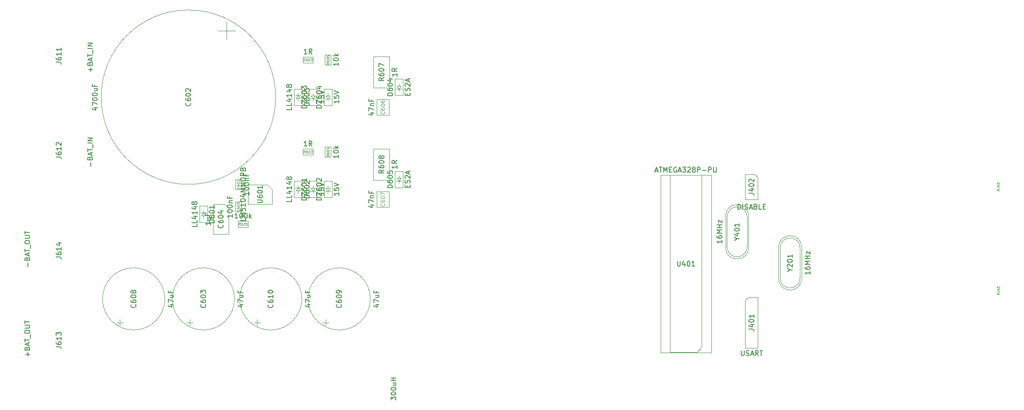
<source format=gbr>
G04 #@! TF.GenerationSoftware,KiCad,Pcbnew,5.1.4*
G04 #@! TF.CreationDate,2019-10-29T22:11:30-03:00*
G04 #@! TF.ProjectId,MCB19,4d434231-392e-46b6-9963-61645f706362,rev?*
G04 #@! TF.SameCoordinates,Original*
G04 #@! TF.FileFunction,Other,Fab,Top*
%FSLAX46Y46*%
G04 Gerber Fmt 4.6, Leading zero omitted, Abs format (unit mm)*
G04 Created by KiCad (PCBNEW 5.1.4) date 2019-10-29 22:11:30*
%MOMM*%
%LPD*%
G04 APERTURE LIST*
%ADD10C,0.100000*%
%ADD11C,0.150000*%
%ADD12C,0.120000*%
%ADD13C,0.080000*%
G04 APERTURE END LIST*
D10*
X123350000Y-81350000D02*
X123350000Y-87650000D01*
X120150000Y-81350000D02*
X123350000Y-81350000D01*
X120150000Y-87650000D02*
X120150000Y-81350000D01*
X123350000Y-87650000D02*
X120150000Y-87650000D01*
X123350000Y-62850000D02*
X123350000Y-69150000D01*
X120150000Y-62850000D02*
X123350000Y-62850000D01*
X120150000Y-69150000D02*
X120150000Y-62850000D01*
X123350000Y-69150000D02*
X120150000Y-69150000D01*
X120750000Y-74600000D02*
X120750000Y-71400000D01*
X123250000Y-74600000D02*
X120750000Y-74600000D01*
X123250000Y-71400000D02*
X123250000Y-74600000D01*
X120750000Y-71400000D02*
X123250000Y-71400000D01*
X120750000Y-93100000D02*
X120750000Y-89900000D01*
X123250000Y-93100000D02*
X120750000Y-93100000D01*
X123250000Y-89900000D02*
X123250000Y-93100000D01*
X120750000Y-89900000D02*
X123250000Y-89900000D01*
X68637500Y-116241489D02*
X69887500Y-116241489D01*
X69262500Y-116866489D02*
X69262500Y-115616489D01*
X78250000Y-111500000D02*
G75*
G03X78250000Y-111500000I-6250000J0D01*
G01*
X105000000Y-88750000D02*
X105000000Y-89150000D01*
X105000000Y-89150000D02*
X105550000Y-89150000D01*
X105000000Y-89150000D02*
X104450000Y-89150000D01*
X105000000Y-89150000D02*
X105400000Y-89750000D01*
X105400000Y-89750000D02*
X104600000Y-89750000D01*
X104600000Y-89750000D02*
X105000000Y-89150000D01*
X105000000Y-89750000D02*
X105000000Y-90250000D01*
X105800000Y-87850000D02*
X105800000Y-91150000D01*
X104200000Y-87850000D02*
X105800000Y-87850000D01*
X104200000Y-91150000D02*
X104200000Y-87850000D01*
X105800000Y-91150000D02*
X104200000Y-91150000D01*
X96137500Y-116241489D02*
X97387500Y-116241489D01*
X96762500Y-116866489D02*
X96762500Y-115616489D01*
X105750000Y-111500000D02*
G75*
G03X105750000Y-111500000I-6250000J0D01*
G01*
X109887500Y-116241489D02*
X111137500Y-116241489D01*
X110512500Y-116866489D02*
X110512500Y-115616489D01*
X119500000Y-111500000D02*
G75*
G03X119500000Y-111500000I-6250000J0D01*
G01*
X98860000Y-88550000D02*
X99835000Y-89525000D01*
X94935000Y-88550000D02*
X98860000Y-88550000D01*
X94935000Y-92450000D02*
X94935000Y-88550000D01*
X99835000Y-92450000D02*
X94935000Y-92450000D01*
X99835000Y-89525000D02*
X99835000Y-92450000D01*
X111600000Y-62500000D02*
X111600000Y-64500000D01*
X110400000Y-62500000D02*
X111600000Y-62500000D01*
X110400000Y-64500000D02*
X110400000Y-62500000D01*
X111600000Y-64500000D02*
X110400000Y-64500000D01*
X111600000Y-81000000D02*
X111600000Y-83000000D01*
X110400000Y-81000000D02*
X111600000Y-81000000D01*
X110400000Y-83000000D02*
X110400000Y-81000000D01*
X111600000Y-83000000D02*
X110400000Y-83000000D01*
X106000000Y-62900000D02*
X108000000Y-62900000D01*
X106000000Y-64100000D02*
X106000000Y-62900000D01*
X108000000Y-64100000D02*
X106000000Y-64100000D01*
X108000000Y-62900000D02*
X108000000Y-64100000D01*
X106000000Y-81400000D02*
X108000000Y-81400000D01*
X106000000Y-82600000D02*
X106000000Y-81400000D01*
X108000000Y-82600000D02*
X106000000Y-82600000D01*
X108000000Y-81400000D02*
X108000000Y-82600000D01*
X92975000Y-95900000D02*
X94975000Y-95900000D01*
X92975000Y-97100000D02*
X92975000Y-95900000D01*
X94975000Y-97100000D02*
X92975000Y-97100000D01*
X94975000Y-95900000D02*
X94975000Y-97100000D01*
X111000000Y-71750000D02*
X111000000Y-71350000D01*
X111000000Y-71350000D02*
X110450000Y-71350000D01*
X111000000Y-71350000D02*
X111550000Y-71350000D01*
X111000000Y-71350000D02*
X110600000Y-70750000D01*
X110600000Y-70750000D02*
X111400000Y-70750000D01*
X111400000Y-70750000D02*
X111000000Y-71350000D01*
X111000000Y-70750000D02*
X111000000Y-70250000D01*
X110200000Y-72650000D02*
X110200000Y-69350000D01*
X111800000Y-72650000D02*
X110200000Y-72650000D01*
X111800000Y-69350000D02*
X111800000Y-72650000D01*
X110200000Y-69350000D02*
X111800000Y-69350000D01*
X108000000Y-71750000D02*
X108000000Y-71350000D01*
X108000000Y-71350000D02*
X107450000Y-71350000D01*
X108000000Y-71350000D02*
X108550000Y-71350000D01*
X108000000Y-71350000D02*
X107600000Y-70750000D01*
X107600000Y-70750000D02*
X108400000Y-70750000D01*
X108400000Y-70750000D02*
X108000000Y-71350000D01*
X108000000Y-70750000D02*
X108000000Y-70250000D01*
X107200000Y-72650000D02*
X107200000Y-69350000D01*
X108800000Y-72650000D02*
X107200000Y-72650000D01*
X108800000Y-69350000D02*
X108800000Y-72650000D01*
X107200000Y-69350000D02*
X108800000Y-69350000D01*
X110200000Y-87850000D02*
X111800000Y-87850000D01*
X111800000Y-87850000D02*
X111800000Y-91150000D01*
X111800000Y-91150000D02*
X110200000Y-91150000D01*
X110200000Y-91150000D02*
X110200000Y-87850000D01*
X111000000Y-89250000D02*
X111000000Y-88750000D01*
X111400000Y-89250000D02*
X111000000Y-89850000D01*
X110600000Y-89250000D02*
X111400000Y-89250000D01*
X111000000Y-89850000D02*
X110600000Y-89250000D01*
X111000000Y-89850000D02*
X111550000Y-89850000D01*
X111000000Y-89850000D02*
X110450000Y-89850000D01*
X111000000Y-90250000D02*
X111000000Y-89850000D01*
X108000000Y-90250000D02*
X108000000Y-89850000D01*
X108000000Y-89850000D02*
X107450000Y-89850000D01*
X108000000Y-89850000D02*
X108550000Y-89850000D01*
X108000000Y-89850000D02*
X107600000Y-89250000D01*
X107600000Y-89250000D02*
X108400000Y-89250000D01*
X108400000Y-89250000D02*
X108000000Y-89850000D01*
X108000000Y-89250000D02*
X108000000Y-88750000D01*
X107200000Y-91150000D02*
X107200000Y-87850000D01*
X108800000Y-91150000D02*
X107200000Y-91150000D01*
X108800000Y-87850000D02*
X108800000Y-91150000D01*
X107200000Y-87850000D02*
X108800000Y-87850000D01*
X124450000Y-85850000D02*
X126050000Y-85850000D01*
X126050000Y-85850000D02*
X126050000Y-89150000D01*
X126050000Y-89150000D02*
X124450000Y-89150000D01*
X124450000Y-89150000D02*
X124450000Y-85850000D01*
X125250000Y-87250000D02*
X125250000Y-86750000D01*
X125650000Y-87250000D02*
X125250000Y-87850000D01*
X124850000Y-87250000D02*
X125650000Y-87250000D01*
X125250000Y-87850000D02*
X124850000Y-87250000D01*
X125250000Y-87850000D02*
X125800000Y-87850000D01*
X125250000Y-87850000D02*
X124700000Y-87850000D01*
X125250000Y-88250000D02*
X125250000Y-87850000D01*
X125250000Y-69750000D02*
X125250000Y-69350000D01*
X125250000Y-69350000D02*
X124700000Y-69350000D01*
X125250000Y-69350000D02*
X125800000Y-69350000D01*
X125250000Y-69350000D02*
X124850000Y-68750000D01*
X124850000Y-68750000D02*
X125650000Y-68750000D01*
X125650000Y-68750000D02*
X125250000Y-69350000D01*
X125250000Y-68750000D02*
X125250000Y-68250000D01*
X124450000Y-70650000D02*
X124450000Y-67350000D01*
X126050000Y-70650000D02*
X124450000Y-70650000D01*
X126050000Y-67350000D02*
X126050000Y-70650000D01*
X124450000Y-67350000D02*
X126050000Y-67350000D01*
X105000000Y-70250000D02*
X105000000Y-70650000D01*
X105000000Y-70650000D02*
X105550000Y-70650000D01*
X105000000Y-70650000D02*
X104450000Y-70650000D01*
X105000000Y-70650000D02*
X105400000Y-71250000D01*
X105400000Y-71250000D02*
X104600000Y-71250000D01*
X104600000Y-71250000D02*
X105000000Y-70650000D01*
X105000000Y-71250000D02*
X105000000Y-71750000D01*
X105800000Y-69350000D02*
X105800000Y-72650000D01*
X104200000Y-69350000D02*
X105800000Y-69350000D01*
X104200000Y-72650000D02*
X104200000Y-69350000D01*
X105800000Y-72650000D02*
X104200000Y-72650000D01*
X86000000Y-93750000D02*
X86000000Y-94150000D01*
X86000000Y-94150000D02*
X86550000Y-94150000D01*
X86000000Y-94150000D02*
X85450000Y-94150000D01*
X86000000Y-94150000D02*
X86400000Y-94750000D01*
X86400000Y-94750000D02*
X85600000Y-94750000D01*
X85600000Y-94750000D02*
X86000000Y-94150000D01*
X86000000Y-94750000D02*
X86000000Y-95250000D01*
X86800000Y-92850000D02*
X86800000Y-96150000D01*
X85200000Y-92850000D02*
X86800000Y-92850000D01*
X85200000Y-96150000D02*
X85200000Y-92850000D01*
X86800000Y-96150000D02*
X85200000Y-96150000D01*
X92400000Y-94000000D02*
X92400000Y-92000000D01*
X93600000Y-94000000D02*
X92400000Y-94000000D01*
X93600000Y-92000000D02*
X93600000Y-94000000D01*
X92400000Y-92000000D02*
X93600000Y-92000000D01*
X87900000Y-98500000D02*
X91100000Y-98500000D01*
X87900000Y-92500000D02*
X87900000Y-98500000D01*
X90300000Y-92500000D02*
X87900000Y-92500000D01*
X91100000Y-93300000D02*
X90300000Y-92500000D01*
X91100000Y-98500000D02*
X91100000Y-93300000D01*
X82637500Y-116241489D02*
X83887500Y-116241489D01*
X83262500Y-116866489D02*
X83262500Y-115616489D01*
X92250000Y-111500000D02*
G75*
G03X92250000Y-111500000I-6250000J0D01*
G01*
X92437500Y-57684859D02*
X88937500Y-57684859D01*
X90687500Y-55934859D02*
X90687500Y-59434859D01*
X100500000Y-71000000D02*
G75*
G03X100500000Y-71000000I-17500000J0D01*
G01*
X93600000Y-87500000D02*
X93600000Y-89500000D01*
X92400000Y-87500000D02*
X93600000Y-87500000D01*
X92400000Y-89500000D02*
X92400000Y-87500000D01*
X93600000Y-89500000D02*
X92400000Y-89500000D01*
X194730000Y-86480000D02*
X196635000Y-86480000D01*
X196635000Y-86480000D02*
X197270000Y-87115000D01*
X197270000Y-87115000D02*
X197270000Y-91560000D01*
X197270000Y-91560000D02*
X194730000Y-91560000D01*
X194730000Y-91560000D02*
X194730000Y-86480000D01*
X185015000Y-122220000D02*
X179665000Y-122220000D01*
X179665000Y-122220000D02*
X179665000Y-86660000D01*
X179665000Y-86660000D02*
X186015000Y-86660000D01*
X186015000Y-86660000D02*
X186015000Y-121220000D01*
X186015000Y-121220000D02*
X185015000Y-122220000D01*
X187920000Y-122280000D02*
X187920000Y-86600000D01*
X187920000Y-86600000D02*
X177760000Y-86600000D01*
X177760000Y-86600000D02*
X177760000Y-122280000D01*
X177760000Y-122280000D02*
X187920000Y-122280000D01*
X195365000Y-111190000D02*
X197270000Y-111190000D01*
X197270000Y-111190000D02*
X197270000Y-121350000D01*
X197270000Y-121350000D02*
X194730000Y-121350000D01*
X194730000Y-121350000D02*
X194730000Y-111825000D01*
X194730000Y-111825000D02*
X195365000Y-111190000D01*
X201409000Y-107401000D02*
X201409000Y-101151000D01*
X206059000Y-107401000D02*
X206059000Y-101151000D01*
X201734000Y-107276000D02*
X201734000Y-101276000D01*
X205734000Y-107276000D02*
X205734000Y-101276000D01*
X206059000Y-107401000D02*
G75*
G02X201409000Y-107401000I-2325000J0D01*
G01*
X206059000Y-101151000D02*
G75*
G03X201409000Y-101151000I-2325000J0D01*
G01*
X205734000Y-107276000D02*
G75*
G02X201734000Y-107276000I-2000000J0D01*
G01*
X205734000Y-101276000D02*
G75*
G03X201734000Y-101276000I-2000000J0D01*
G01*
X195421000Y-94899000D02*
X195421000Y-101149000D01*
X190771000Y-94899000D02*
X190771000Y-101149000D01*
X195096000Y-95024000D02*
X195096000Y-101024000D01*
X191096000Y-95024000D02*
X191096000Y-101024000D01*
X190771000Y-94899000D02*
G75*
G02X195421000Y-94899000I2325000J0D01*
G01*
X190771000Y-101149000D02*
G75*
G03X195421000Y-101149000I2325000J0D01*
G01*
X191096000Y-95024000D02*
G75*
G02X195096000Y-95024000I2000000J0D01*
G01*
X191096000Y-101024000D02*
G75*
G03X195096000Y-101024000I2000000J0D01*
G01*
D11*
X124822380Y-84714285D02*
X124822380Y-85285714D01*
X124822380Y-85000000D02*
X123822380Y-85000000D01*
X123965238Y-85095238D01*
X124060476Y-85190476D01*
X124108095Y-85285714D01*
X124822380Y-83714285D02*
X124346190Y-84047619D01*
X124822380Y-84285714D02*
X123822380Y-84285714D01*
X123822380Y-83904761D01*
X123870000Y-83809523D01*
X123917619Y-83761904D01*
X124012857Y-83714285D01*
X124155714Y-83714285D01*
X124250952Y-83761904D01*
X124298571Y-83809523D01*
X124346190Y-83904761D01*
X124346190Y-84285714D01*
X122202380Y-85619047D02*
X121726190Y-85952380D01*
X122202380Y-86190476D02*
X121202380Y-86190476D01*
X121202380Y-85809523D01*
X121250000Y-85714285D01*
X121297619Y-85666666D01*
X121392857Y-85619047D01*
X121535714Y-85619047D01*
X121630952Y-85666666D01*
X121678571Y-85714285D01*
X121726190Y-85809523D01*
X121726190Y-86190476D01*
X121202380Y-84761904D02*
X121202380Y-84952380D01*
X121250000Y-85047619D01*
X121297619Y-85095238D01*
X121440476Y-85190476D01*
X121630952Y-85238095D01*
X122011904Y-85238095D01*
X122107142Y-85190476D01*
X122154761Y-85142857D01*
X122202380Y-85047619D01*
X122202380Y-84857142D01*
X122154761Y-84761904D01*
X122107142Y-84714285D01*
X122011904Y-84666666D01*
X121773809Y-84666666D01*
X121678571Y-84714285D01*
X121630952Y-84761904D01*
X121583333Y-84857142D01*
X121583333Y-85047619D01*
X121630952Y-85142857D01*
X121678571Y-85190476D01*
X121773809Y-85238095D01*
X121202380Y-84047619D02*
X121202380Y-83952380D01*
X121250000Y-83857142D01*
X121297619Y-83809523D01*
X121392857Y-83761904D01*
X121583333Y-83714285D01*
X121821428Y-83714285D01*
X122011904Y-83761904D01*
X122107142Y-83809523D01*
X122154761Y-83857142D01*
X122202380Y-83952380D01*
X122202380Y-84047619D01*
X122154761Y-84142857D01*
X122107142Y-84190476D01*
X122011904Y-84238095D01*
X121821428Y-84285714D01*
X121583333Y-84285714D01*
X121392857Y-84238095D01*
X121297619Y-84190476D01*
X121250000Y-84142857D01*
X121202380Y-84047619D01*
X121630952Y-83142857D02*
X121583333Y-83238095D01*
X121535714Y-83285714D01*
X121440476Y-83333333D01*
X121392857Y-83333333D01*
X121297619Y-83285714D01*
X121250000Y-83238095D01*
X121202380Y-83142857D01*
X121202380Y-82952380D01*
X121250000Y-82857142D01*
X121297619Y-82809523D01*
X121392857Y-82761904D01*
X121440476Y-82761904D01*
X121535714Y-82809523D01*
X121583333Y-82857142D01*
X121630952Y-82952380D01*
X121630952Y-83142857D01*
X121678571Y-83238095D01*
X121726190Y-83285714D01*
X121821428Y-83333333D01*
X122011904Y-83333333D01*
X122107142Y-83285714D01*
X122154761Y-83238095D01*
X122202380Y-83142857D01*
X122202380Y-82952380D01*
X122154761Y-82857142D01*
X122107142Y-82809523D01*
X122011904Y-82761904D01*
X121821428Y-82761904D01*
X121726190Y-82809523D01*
X121678571Y-82857142D01*
X121630952Y-82952380D01*
X124822380Y-66214285D02*
X124822380Y-66785714D01*
X124822380Y-66500000D02*
X123822380Y-66500000D01*
X123965238Y-66595238D01*
X124060476Y-66690476D01*
X124108095Y-66785714D01*
X124822380Y-65214285D02*
X124346190Y-65547619D01*
X124822380Y-65785714D02*
X123822380Y-65785714D01*
X123822380Y-65404761D01*
X123870000Y-65309523D01*
X123917619Y-65261904D01*
X124012857Y-65214285D01*
X124155714Y-65214285D01*
X124250952Y-65261904D01*
X124298571Y-65309523D01*
X124346190Y-65404761D01*
X124346190Y-65785714D01*
X122202380Y-67119047D02*
X121726190Y-67452380D01*
X122202380Y-67690476D02*
X121202380Y-67690476D01*
X121202380Y-67309523D01*
X121250000Y-67214285D01*
X121297619Y-67166666D01*
X121392857Y-67119047D01*
X121535714Y-67119047D01*
X121630952Y-67166666D01*
X121678571Y-67214285D01*
X121726190Y-67309523D01*
X121726190Y-67690476D01*
X121202380Y-66261904D02*
X121202380Y-66452380D01*
X121250000Y-66547619D01*
X121297619Y-66595238D01*
X121440476Y-66690476D01*
X121630952Y-66738095D01*
X122011904Y-66738095D01*
X122107142Y-66690476D01*
X122154761Y-66642857D01*
X122202380Y-66547619D01*
X122202380Y-66357142D01*
X122154761Y-66261904D01*
X122107142Y-66214285D01*
X122011904Y-66166666D01*
X121773809Y-66166666D01*
X121678571Y-66214285D01*
X121630952Y-66261904D01*
X121583333Y-66357142D01*
X121583333Y-66547619D01*
X121630952Y-66642857D01*
X121678571Y-66690476D01*
X121773809Y-66738095D01*
X121202380Y-65547619D02*
X121202380Y-65452380D01*
X121250000Y-65357142D01*
X121297619Y-65309523D01*
X121392857Y-65261904D01*
X121583333Y-65214285D01*
X121821428Y-65214285D01*
X122011904Y-65261904D01*
X122107142Y-65309523D01*
X122154761Y-65357142D01*
X122202380Y-65452380D01*
X122202380Y-65547619D01*
X122154761Y-65642857D01*
X122107142Y-65690476D01*
X122011904Y-65738095D01*
X121821428Y-65785714D01*
X121583333Y-65785714D01*
X121392857Y-65738095D01*
X121297619Y-65690476D01*
X121250000Y-65642857D01*
X121202380Y-65547619D01*
X121202380Y-64880952D02*
X121202380Y-64214285D01*
X122202380Y-64642857D01*
X123642380Y-131761904D02*
X123642380Y-131142857D01*
X124023333Y-131476190D01*
X124023333Y-131333333D01*
X124070952Y-131238095D01*
X124118571Y-131190476D01*
X124213809Y-131142857D01*
X124451904Y-131142857D01*
X124547142Y-131190476D01*
X124594761Y-131238095D01*
X124642380Y-131333333D01*
X124642380Y-131619047D01*
X124594761Y-131714285D01*
X124547142Y-131761904D01*
X123642380Y-130523809D02*
X123642380Y-130428571D01*
X123690000Y-130333333D01*
X123737619Y-130285714D01*
X123832857Y-130238095D01*
X124023333Y-130190476D01*
X124261428Y-130190476D01*
X124451904Y-130238095D01*
X124547142Y-130285714D01*
X124594761Y-130333333D01*
X124642380Y-130428571D01*
X124642380Y-130523809D01*
X124594761Y-130619047D01*
X124547142Y-130666666D01*
X124451904Y-130714285D01*
X124261428Y-130761904D01*
X124023333Y-130761904D01*
X123832857Y-130714285D01*
X123737619Y-130666666D01*
X123690000Y-130619047D01*
X123642380Y-130523809D01*
X123642380Y-129571428D02*
X123642380Y-129476190D01*
X123690000Y-129380952D01*
X123737619Y-129333333D01*
X123832857Y-129285714D01*
X124023333Y-129238095D01*
X124261428Y-129238095D01*
X124451904Y-129285714D01*
X124547142Y-129333333D01*
X124594761Y-129380952D01*
X124642380Y-129476190D01*
X124642380Y-129571428D01*
X124594761Y-129666666D01*
X124547142Y-129714285D01*
X124451904Y-129761904D01*
X124261428Y-129809523D01*
X124023333Y-129809523D01*
X123832857Y-129761904D01*
X123737619Y-129714285D01*
X123690000Y-129666666D01*
X123642380Y-129571428D01*
X123975714Y-128380952D02*
X124642380Y-128380952D01*
X123975714Y-128809523D02*
X124499523Y-128809523D01*
X124594761Y-128761904D01*
X124642380Y-128666666D01*
X124642380Y-128523809D01*
X124594761Y-128428571D01*
X124547142Y-128380952D01*
X124642380Y-127904761D02*
X123642380Y-127904761D01*
X124118571Y-127904761D02*
X124118571Y-127333333D01*
X124642380Y-127333333D02*
X123642380Y-127333333D01*
X119505714Y-74166666D02*
X120172380Y-74166666D01*
X119124761Y-74404761D02*
X119839047Y-74642857D01*
X119839047Y-74023809D01*
X119172380Y-73738095D02*
X119172380Y-73071428D01*
X120172380Y-73500000D01*
X119505714Y-72690476D02*
X120172380Y-72690476D01*
X119600952Y-72690476D02*
X119553333Y-72642857D01*
X119505714Y-72547619D01*
X119505714Y-72404761D01*
X119553333Y-72309523D01*
X119648571Y-72261904D01*
X120172380Y-72261904D01*
X119648571Y-71452380D02*
X119648571Y-71785714D01*
X120172380Y-71785714D02*
X119172380Y-71785714D01*
X119172380Y-71309523D01*
D12*
X122285714Y-73895238D02*
X122323809Y-73933333D01*
X122361904Y-74047619D01*
X122361904Y-74123809D01*
X122323809Y-74238095D01*
X122247619Y-74314285D01*
X122171428Y-74352380D01*
X122019047Y-74390476D01*
X121904761Y-74390476D01*
X121752380Y-74352380D01*
X121676190Y-74314285D01*
X121600000Y-74238095D01*
X121561904Y-74123809D01*
X121561904Y-74047619D01*
X121600000Y-73933333D01*
X121638095Y-73895238D01*
X121561904Y-73209523D02*
X121561904Y-73361904D01*
X121600000Y-73438095D01*
X121638095Y-73476190D01*
X121752380Y-73552380D01*
X121904761Y-73590476D01*
X122209523Y-73590476D01*
X122285714Y-73552380D01*
X122323809Y-73514285D01*
X122361904Y-73438095D01*
X122361904Y-73285714D01*
X122323809Y-73209523D01*
X122285714Y-73171428D01*
X122209523Y-73133333D01*
X122019047Y-73133333D01*
X121942857Y-73171428D01*
X121904761Y-73209523D01*
X121866666Y-73285714D01*
X121866666Y-73438095D01*
X121904761Y-73514285D01*
X121942857Y-73552380D01*
X122019047Y-73590476D01*
X121561904Y-72638095D02*
X121561904Y-72561904D01*
X121600000Y-72485714D01*
X121638095Y-72447619D01*
X121714285Y-72409523D01*
X121866666Y-72371428D01*
X122057142Y-72371428D01*
X122209523Y-72409523D01*
X122285714Y-72447619D01*
X122323809Y-72485714D01*
X122361904Y-72561904D01*
X122361904Y-72638095D01*
X122323809Y-72714285D01*
X122285714Y-72752380D01*
X122209523Y-72790476D01*
X122057142Y-72828571D01*
X121866666Y-72828571D01*
X121714285Y-72790476D01*
X121638095Y-72752380D01*
X121600000Y-72714285D01*
X121561904Y-72638095D01*
X121561904Y-71685714D02*
X121561904Y-71838095D01*
X121600000Y-71914285D01*
X121638095Y-71952380D01*
X121752380Y-72028571D01*
X121904761Y-72066666D01*
X122209523Y-72066666D01*
X122285714Y-72028571D01*
X122323809Y-71990476D01*
X122361904Y-71914285D01*
X122361904Y-71761904D01*
X122323809Y-71685714D01*
X122285714Y-71647619D01*
X122209523Y-71609523D01*
X122019047Y-71609523D01*
X121942857Y-71647619D01*
X121904761Y-71685714D01*
X121866666Y-71761904D01*
X121866666Y-71914285D01*
X121904761Y-71990476D01*
X121942857Y-72028571D01*
X122019047Y-72066666D01*
D11*
X119505714Y-92666666D02*
X120172380Y-92666666D01*
X119124761Y-92904761D02*
X119839047Y-93142857D01*
X119839047Y-92523809D01*
X119172380Y-92238095D02*
X119172380Y-91571428D01*
X120172380Y-92000000D01*
X119505714Y-91190476D02*
X120172380Y-91190476D01*
X119600952Y-91190476D02*
X119553333Y-91142857D01*
X119505714Y-91047619D01*
X119505714Y-90904761D01*
X119553333Y-90809523D01*
X119648571Y-90761904D01*
X120172380Y-90761904D01*
X119648571Y-89952380D02*
X119648571Y-90285714D01*
X120172380Y-90285714D02*
X119172380Y-90285714D01*
X119172380Y-89809523D01*
D12*
X122285714Y-92395238D02*
X122323809Y-92433333D01*
X122361904Y-92547619D01*
X122361904Y-92623809D01*
X122323809Y-92738095D01*
X122247619Y-92814285D01*
X122171428Y-92852380D01*
X122019047Y-92890476D01*
X121904761Y-92890476D01*
X121752380Y-92852380D01*
X121676190Y-92814285D01*
X121600000Y-92738095D01*
X121561904Y-92623809D01*
X121561904Y-92547619D01*
X121600000Y-92433333D01*
X121638095Y-92395238D01*
X121561904Y-91709523D02*
X121561904Y-91861904D01*
X121600000Y-91938095D01*
X121638095Y-91976190D01*
X121752380Y-92052380D01*
X121904761Y-92090476D01*
X122209523Y-92090476D01*
X122285714Y-92052380D01*
X122323809Y-92014285D01*
X122361904Y-91938095D01*
X122361904Y-91785714D01*
X122323809Y-91709523D01*
X122285714Y-91671428D01*
X122209523Y-91633333D01*
X122019047Y-91633333D01*
X121942857Y-91671428D01*
X121904761Y-91709523D01*
X121866666Y-91785714D01*
X121866666Y-91938095D01*
X121904761Y-92014285D01*
X121942857Y-92052380D01*
X122019047Y-92090476D01*
X121561904Y-91138095D02*
X121561904Y-91061904D01*
X121600000Y-90985714D01*
X121638095Y-90947619D01*
X121714285Y-90909523D01*
X121866666Y-90871428D01*
X122057142Y-90871428D01*
X122209523Y-90909523D01*
X122285714Y-90947619D01*
X122323809Y-90985714D01*
X122361904Y-91061904D01*
X122361904Y-91138095D01*
X122323809Y-91214285D01*
X122285714Y-91252380D01*
X122209523Y-91290476D01*
X122057142Y-91328571D01*
X121866666Y-91328571D01*
X121714285Y-91290476D01*
X121638095Y-91252380D01*
X121600000Y-91214285D01*
X121561904Y-91138095D01*
X121561904Y-90604761D02*
X121561904Y-90071428D01*
X122361904Y-90414285D01*
D11*
X79285714Y-112666666D02*
X79952380Y-112666666D01*
X78904761Y-112904761D02*
X79619047Y-113142857D01*
X79619047Y-112523809D01*
X78952380Y-112238095D02*
X78952380Y-111571428D01*
X79952380Y-112000000D01*
X79285714Y-110761904D02*
X79952380Y-110761904D01*
X79285714Y-111190476D02*
X79809523Y-111190476D01*
X79904761Y-111142857D01*
X79952380Y-111047619D01*
X79952380Y-110904761D01*
X79904761Y-110809523D01*
X79857142Y-110761904D01*
X79428571Y-109952380D02*
X79428571Y-110285714D01*
X79952380Y-110285714D02*
X78952380Y-110285714D01*
X78952380Y-109809523D01*
X72357142Y-112619047D02*
X72404761Y-112666666D01*
X72452380Y-112809523D01*
X72452380Y-112904761D01*
X72404761Y-113047619D01*
X72309523Y-113142857D01*
X72214285Y-113190476D01*
X72023809Y-113238095D01*
X71880952Y-113238095D01*
X71690476Y-113190476D01*
X71595238Y-113142857D01*
X71500000Y-113047619D01*
X71452380Y-112904761D01*
X71452380Y-112809523D01*
X71500000Y-112666666D01*
X71547619Y-112619047D01*
X71452380Y-111761904D02*
X71452380Y-111952380D01*
X71500000Y-112047619D01*
X71547619Y-112095238D01*
X71690476Y-112190476D01*
X71880952Y-112238095D01*
X72261904Y-112238095D01*
X72357142Y-112190476D01*
X72404761Y-112142857D01*
X72452380Y-112047619D01*
X72452380Y-111857142D01*
X72404761Y-111761904D01*
X72357142Y-111714285D01*
X72261904Y-111666666D01*
X72023809Y-111666666D01*
X71928571Y-111714285D01*
X71880952Y-111761904D01*
X71833333Y-111857142D01*
X71833333Y-112047619D01*
X71880952Y-112142857D01*
X71928571Y-112190476D01*
X72023809Y-112238095D01*
X71452380Y-111047619D02*
X71452380Y-110952380D01*
X71500000Y-110857142D01*
X71547619Y-110809523D01*
X71642857Y-110761904D01*
X71833333Y-110714285D01*
X72071428Y-110714285D01*
X72261904Y-110761904D01*
X72357142Y-110809523D01*
X72404761Y-110857142D01*
X72452380Y-110952380D01*
X72452380Y-111047619D01*
X72404761Y-111142857D01*
X72357142Y-111190476D01*
X72261904Y-111238095D01*
X72071428Y-111285714D01*
X71833333Y-111285714D01*
X71642857Y-111238095D01*
X71547619Y-111190476D01*
X71500000Y-111142857D01*
X71452380Y-111047619D01*
X71880952Y-110142857D02*
X71833333Y-110238095D01*
X71785714Y-110285714D01*
X71690476Y-110333333D01*
X71642857Y-110333333D01*
X71547619Y-110285714D01*
X71500000Y-110238095D01*
X71452380Y-110142857D01*
X71452380Y-109952380D01*
X71500000Y-109857142D01*
X71547619Y-109809523D01*
X71642857Y-109761904D01*
X71690476Y-109761904D01*
X71785714Y-109809523D01*
X71833333Y-109857142D01*
X71880952Y-109952380D01*
X71880952Y-110142857D01*
X71928571Y-110238095D01*
X71976190Y-110285714D01*
X72071428Y-110333333D01*
X72261904Y-110333333D01*
X72357142Y-110285714D01*
X72404761Y-110238095D01*
X72452380Y-110142857D01*
X72452380Y-109952380D01*
X72404761Y-109857142D01*
X72357142Y-109809523D01*
X72261904Y-109761904D01*
X72071428Y-109761904D01*
X71976190Y-109809523D01*
X71928571Y-109857142D01*
X71880952Y-109952380D01*
X50771428Y-123000000D02*
X50771428Y-122238095D01*
X51152380Y-122619047D02*
X50390476Y-122619047D01*
X50628571Y-121428571D02*
X50676190Y-121285714D01*
X50723809Y-121238095D01*
X50819047Y-121190476D01*
X50961904Y-121190476D01*
X51057142Y-121238095D01*
X51104761Y-121285714D01*
X51152380Y-121380952D01*
X51152380Y-121761904D01*
X50152380Y-121761904D01*
X50152380Y-121428571D01*
X50200000Y-121333333D01*
X50247619Y-121285714D01*
X50342857Y-121238095D01*
X50438095Y-121238095D01*
X50533333Y-121285714D01*
X50580952Y-121333333D01*
X50628571Y-121428571D01*
X50628571Y-121761904D01*
X50866666Y-120809523D02*
X50866666Y-120333333D01*
X51152380Y-120904761D02*
X50152380Y-120571428D01*
X51152380Y-120238095D01*
X50152380Y-120047619D02*
X50152380Y-119476190D01*
X51152380Y-119761904D02*
X50152380Y-119761904D01*
X51247619Y-119380952D02*
X51247619Y-118619047D01*
X50152380Y-118190476D02*
X50152380Y-118000000D01*
X50200000Y-117904761D01*
X50295238Y-117809523D01*
X50485714Y-117761904D01*
X50819047Y-117761904D01*
X51009523Y-117809523D01*
X51104761Y-117904761D01*
X51152380Y-118000000D01*
X51152380Y-118190476D01*
X51104761Y-118285714D01*
X51009523Y-118380952D01*
X50819047Y-118428571D01*
X50485714Y-118428571D01*
X50295238Y-118380952D01*
X50200000Y-118285714D01*
X50152380Y-118190476D01*
X50152380Y-117333333D02*
X50961904Y-117333333D01*
X51057142Y-117285714D01*
X51104761Y-117238095D01*
X51152380Y-117142857D01*
X51152380Y-116952380D01*
X51104761Y-116857142D01*
X51057142Y-116809523D01*
X50961904Y-116761904D01*
X50152380Y-116761904D01*
X50152380Y-116428571D02*
X50152380Y-115857142D01*
X51152380Y-116142857D02*
X50152380Y-116142857D01*
X56452380Y-121085714D02*
X57166666Y-121085714D01*
X57309523Y-121133333D01*
X57404761Y-121228571D01*
X57452380Y-121371428D01*
X57452380Y-121466666D01*
X56452380Y-120180952D02*
X56452380Y-120371428D01*
X56500000Y-120466666D01*
X56547619Y-120514285D01*
X56690476Y-120609523D01*
X56880952Y-120657142D01*
X57261904Y-120657142D01*
X57357142Y-120609523D01*
X57404761Y-120561904D01*
X57452380Y-120466666D01*
X57452380Y-120276190D01*
X57404761Y-120180952D01*
X57357142Y-120133333D01*
X57261904Y-120085714D01*
X57023809Y-120085714D01*
X56928571Y-120133333D01*
X56880952Y-120180952D01*
X56833333Y-120276190D01*
X56833333Y-120466666D01*
X56880952Y-120561904D01*
X56928571Y-120609523D01*
X57023809Y-120657142D01*
X57452380Y-119133333D02*
X57452380Y-119704761D01*
X57452380Y-119419047D02*
X56452380Y-119419047D01*
X56595238Y-119514285D01*
X56690476Y-119609523D01*
X56738095Y-119704761D01*
X56452380Y-118800000D02*
X56452380Y-118180952D01*
X56833333Y-118514285D01*
X56833333Y-118371428D01*
X56880952Y-118276190D01*
X56928571Y-118228571D01*
X57023809Y-118180952D01*
X57261904Y-118180952D01*
X57357142Y-118228571D01*
X57404761Y-118276190D01*
X57452380Y-118371428D01*
X57452380Y-118657142D01*
X57404761Y-118752380D01*
X57357142Y-118800000D01*
X103702380Y-91500000D02*
X103702380Y-91976190D01*
X102702380Y-91976190D01*
X103702380Y-90690476D02*
X103702380Y-91166666D01*
X102702380Y-91166666D01*
X103035714Y-89928571D02*
X103702380Y-89928571D01*
X102654761Y-90166666D02*
X103369047Y-90404761D01*
X103369047Y-89785714D01*
X103702380Y-88880952D02*
X103702380Y-89452380D01*
X103702380Y-89166666D02*
X102702380Y-89166666D01*
X102845238Y-89261904D01*
X102940476Y-89357142D01*
X102988095Y-89452380D01*
X103035714Y-88023809D02*
X103702380Y-88023809D01*
X102654761Y-88261904D02*
X103369047Y-88500000D01*
X103369047Y-87880952D01*
X103130952Y-87357142D02*
X103083333Y-87452380D01*
X103035714Y-87500000D01*
X102940476Y-87547619D01*
X102892857Y-87547619D01*
X102797619Y-87500000D01*
X102750000Y-87452380D01*
X102702380Y-87357142D01*
X102702380Y-87166666D01*
X102750000Y-87071428D01*
X102797619Y-87023809D01*
X102892857Y-86976190D01*
X102940476Y-86976190D01*
X103035714Y-87023809D01*
X103083333Y-87071428D01*
X103130952Y-87166666D01*
X103130952Y-87357142D01*
X103178571Y-87452380D01*
X103226190Y-87500000D01*
X103321428Y-87547619D01*
X103511904Y-87547619D01*
X103607142Y-87500000D01*
X103654761Y-87452380D01*
X103702380Y-87357142D01*
X103702380Y-87166666D01*
X103654761Y-87071428D01*
X103607142Y-87023809D01*
X103511904Y-86976190D01*
X103321428Y-86976190D01*
X103226190Y-87023809D01*
X103178571Y-87071428D01*
X103130952Y-87166666D01*
X107202380Y-91190476D02*
X106202380Y-91190476D01*
X106202380Y-90952380D01*
X106250000Y-90809523D01*
X106345238Y-90714285D01*
X106440476Y-90666666D01*
X106630952Y-90619047D01*
X106773809Y-90619047D01*
X106964285Y-90666666D01*
X107059523Y-90714285D01*
X107154761Y-90809523D01*
X107202380Y-90952380D01*
X107202380Y-91190476D01*
X106202380Y-89761904D02*
X106202380Y-89952380D01*
X106250000Y-90047619D01*
X106297619Y-90095238D01*
X106440476Y-90190476D01*
X106630952Y-90238095D01*
X107011904Y-90238095D01*
X107107142Y-90190476D01*
X107154761Y-90142857D01*
X107202380Y-90047619D01*
X107202380Y-89857142D01*
X107154761Y-89761904D01*
X107107142Y-89714285D01*
X107011904Y-89666666D01*
X106773809Y-89666666D01*
X106678571Y-89714285D01*
X106630952Y-89761904D01*
X106583333Y-89857142D01*
X106583333Y-90047619D01*
X106630952Y-90142857D01*
X106678571Y-90190476D01*
X106773809Y-90238095D01*
X106202380Y-89047619D02*
X106202380Y-88952380D01*
X106250000Y-88857142D01*
X106297619Y-88809523D01*
X106392857Y-88761904D01*
X106583333Y-88714285D01*
X106821428Y-88714285D01*
X107011904Y-88761904D01*
X107107142Y-88809523D01*
X107154761Y-88857142D01*
X107202380Y-88952380D01*
X107202380Y-89047619D01*
X107154761Y-89142857D01*
X107107142Y-89190476D01*
X107011904Y-89238095D01*
X106821428Y-89285714D01*
X106583333Y-89285714D01*
X106392857Y-89238095D01*
X106297619Y-89190476D01*
X106250000Y-89142857D01*
X106202380Y-89047619D01*
X106297619Y-88333333D02*
X106250000Y-88285714D01*
X106202380Y-88190476D01*
X106202380Y-87952380D01*
X106250000Y-87857142D01*
X106297619Y-87809523D01*
X106392857Y-87761904D01*
X106488095Y-87761904D01*
X106630952Y-87809523D01*
X107202380Y-88380952D01*
X107202380Y-87761904D01*
X106785714Y-112666666D02*
X107452380Y-112666666D01*
X106404761Y-112904761D02*
X107119047Y-113142857D01*
X107119047Y-112523809D01*
X106452380Y-112238095D02*
X106452380Y-111571428D01*
X107452380Y-112000000D01*
X106785714Y-110761904D02*
X107452380Y-110761904D01*
X106785714Y-111190476D02*
X107309523Y-111190476D01*
X107404761Y-111142857D01*
X107452380Y-111047619D01*
X107452380Y-110904761D01*
X107404761Y-110809523D01*
X107357142Y-110761904D01*
X106928571Y-109952380D02*
X106928571Y-110285714D01*
X107452380Y-110285714D02*
X106452380Y-110285714D01*
X106452380Y-109809523D01*
X99857142Y-112619047D02*
X99904761Y-112666666D01*
X99952380Y-112809523D01*
X99952380Y-112904761D01*
X99904761Y-113047619D01*
X99809523Y-113142857D01*
X99714285Y-113190476D01*
X99523809Y-113238095D01*
X99380952Y-113238095D01*
X99190476Y-113190476D01*
X99095238Y-113142857D01*
X99000000Y-113047619D01*
X98952380Y-112904761D01*
X98952380Y-112809523D01*
X99000000Y-112666666D01*
X99047619Y-112619047D01*
X98952380Y-111761904D02*
X98952380Y-111952380D01*
X99000000Y-112047619D01*
X99047619Y-112095238D01*
X99190476Y-112190476D01*
X99380952Y-112238095D01*
X99761904Y-112238095D01*
X99857142Y-112190476D01*
X99904761Y-112142857D01*
X99952380Y-112047619D01*
X99952380Y-111857142D01*
X99904761Y-111761904D01*
X99857142Y-111714285D01*
X99761904Y-111666666D01*
X99523809Y-111666666D01*
X99428571Y-111714285D01*
X99380952Y-111761904D01*
X99333333Y-111857142D01*
X99333333Y-112047619D01*
X99380952Y-112142857D01*
X99428571Y-112190476D01*
X99523809Y-112238095D01*
X99952380Y-110714285D02*
X99952380Y-111285714D01*
X99952380Y-111000000D02*
X98952380Y-111000000D01*
X99095238Y-111095238D01*
X99190476Y-111190476D01*
X99238095Y-111285714D01*
X98952380Y-110095238D02*
X98952380Y-110000000D01*
X99000000Y-109904761D01*
X99047619Y-109857142D01*
X99142857Y-109809523D01*
X99333333Y-109761904D01*
X99571428Y-109761904D01*
X99761904Y-109809523D01*
X99857142Y-109857142D01*
X99904761Y-109904761D01*
X99952380Y-110000000D01*
X99952380Y-110095238D01*
X99904761Y-110190476D01*
X99857142Y-110238095D01*
X99761904Y-110285714D01*
X99571428Y-110333333D01*
X99333333Y-110333333D01*
X99142857Y-110285714D01*
X99047619Y-110238095D01*
X99000000Y-110190476D01*
X98952380Y-110095238D01*
X120535714Y-112666666D02*
X121202380Y-112666666D01*
X120154761Y-112904761D02*
X120869047Y-113142857D01*
X120869047Y-112523809D01*
X120202380Y-112238095D02*
X120202380Y-111571428D01*
X121202380Y-112000000D01*
X120535714Y-110761904D02*
X121202380Y-110761904D01*
X120535714Y-111190476D02*
X121059523Y-111190476D01*
X121154761Y-111142857D01*
X121202380Y-111047619D01*
X121202380Y-110904761D01*
X121154761Y-110809523D01*
X121107142Y-110761904D01*
X120678571Y-109952380D02*
X120678571Y-110285714D01*
X121202380Y-110285714D02*
X120202380Y-110285714D01*
X120202380Y-109809523D01*
X113607142Y-112619047D02*
X113654761Y-112666666D01*
X113702380Y-112809523D01*
X113702380Y-112904761D01*
X113654761Y-113047619D01*
X113559523Y-113142857D01*
X113464285Y-113190476D01*
X113273809Y-113238095D01*
X113130952Y-113238095D01*
X112940476Y-113190476D01*
X112845238Y-113142857D01*
X112750000Y-113047619D01*
X112702380Y-112904761D01*
X112702380Y-112809523D01*
X112750000Y-112666666D01*
X112797619Y-112619047D01*
X112702380Y-111761904D02*
X112702380Y-111952380D01*
X112750000Y-112047619D01*
X112797619Y-112095238D01*
X112940476Y-112190476D01*
X113130952Y-112238095D01*
X113511904Y-112238095D01*
X113607142Y-112190476D01*
X113654761Y-112142857D01*
X113702380Y-112047619D01*
X113702380Y-111857142D01*
X113654761Y-111761904D01*
X113607142Y-111714285D01*
X113511904Y-111666666D01*
X113273809Y-111666666D01*
X113178571Y-111714285D01*
X113130952Y-111761904D01*
X113083333Y-111857142D01*
X113083333Y-112047619D01*
X113130952Y-112142857D01*
X113178571Y-112190476D01*
X113273809Y-112238095D01*
X112702380Y-111047619D02*
X112702380Y-110952380D01*
X112750000Y-110857142D01*
X112797619Y-110809523D01*
X112892857Y-110761904D01*
X113083333Y-110714285D01*
X113321428Y-110714285D01*
X113511904Y-110761904D01*
X113607142Y-110809523D01*
X113654761Y-110857142D01*
X113702380Y-110952380D01*
X113702380Y-111047619D01*
X113654761Y-111142857D01*
X113607142Y-111190476D01*
X113511904Y-111238095D01*
X113321428Y-111285714D01*
X113083333Y-111285714D01*
X112892857Y-111238095D01*
X112797619Y-111190476D01*
X112750000Y-111142857D01*
X112702380Y-111047619D01*
X113702380Y-110238095D02*
X113702380Y-110047619D01*
X113654761Y-109952380D01*
X113607142Y-109904761D01*
X113464285Y-109809523D01*
X113273809Y-109761904D01*
X112892857Y-109761904D01*
X112797619Y-109809523D01*
X112750000Y-109857142D01*
X112702380Y-109952380D01*
X112702380Y-110142857D01*
X112750000Y-110238095D01*
X112797619Y-110285714D01*
X112892857Y-110333333D01*
X113130952Y-110333333D01*
X113226190Y-110285714D01*
X113273809Y-110238095D01*
X113321428Y-110142857D01*
X113321428Y-109952380D01*
X113273809Y-109857142D01*
X113226190Y-109809523D01*
X113130952Y-109761904D01*
X94437380Y-95285714D02*
X94437380Y-95761904D01*
X93437380Y-95761904D01*
X94437380Y-94952380D02*
X93437380Y-94952380D01*
X94151666Y-94619047D01*
X93437380Y-94285714D01*
X94437380Y-94285714D01*
X93437380Y-93333333D02*
X93437380Y-93809523D01*
X93913571Y-93857142D01*
X93865952Y-93809523D01*
X93818333Y-93714285D01*
X93818333Y-93476190D01*
X93865952Y-93380952D01*
X93913571Y-93333333D01*
X94008809Y-93285714D01*
X94246904Y-93285714D01*
X94342142Y-93333333D01*
X94389761Y-93380952D01*
X94437380Y-93476190D01*
X94437380Y-93714285D01*
X94389761Y-93809523D01*
X94342142Y-93857142D01*
X94437380Y-92333333D02*
X94437380Y-92904761D01*
X94437380Y-92619047D02*
X93437380Y-92619047D01*
X93580238Y-92714285D01*
X93675476Y-92809523D01*
X93723095Y-92904761D01*
X93437380Y-91714285D02*
X93437380Y-91619047D01*
X93485000Y-91523809D01*
X93532619Y-91476190D01*
X93627857Y-91428571D01*
X93818333Y-91380952D01*
X94056428Y-91380952D01*
X94246904Y-91428571D01*
X94342142Y-91476190D01*
X94389761Y-91523809D01*
X94437380Y-91619047D01*
X94437380Y-91714285D01*
X94389761Y-91809523D01*
X94342142Y-91857142D01*
X94246904Y-91904761D01*
X94056428Y-91952380D01*
X93818333Y-91952380D01*
X93627857Y-91904761D01*
X93532619Y-91857142D01*
X93485000Y-91809523D01*
X93437380Y-91714285D01*
X93770714Y-90523809D02*
X94437380Y-90523809D01*
X93389761Y-90761904D02*
X94104047Y-91000000D01*
X94104047Y-90380952D01*
X94437380Y-90000000D02*
X93437380Y-90000000D01*
X94151666Y-89666666D01*
X93437380Y-89333333D01*
X94437380Y-89333333D01*
X94437380Y-88857142D02*
X93437380Y-88857142D01*
X94437380Y-88285714D01*
X93437380Y-88285714D01*
X93437380Y-87619047D02*
X93437380Y-87428571D01*
X93485000Y-87333333D01*
X93580238Y-87238095D01*
X93770714Y-87190476D01*
X94104047Y-87190476D01*
X94294523Y-87238095D01*
X94389761Y-87333333D01*
X94437380Y-87428571D01*
X94437380Y-87619047D01*
X94389761Y-87714285D01*
X94294523Y-87809523D01*
X94104047Y-87857142D01*
X93770714Y-87857142D01*
X93580238Y-87809523D01*
X93485000Y-87714285D01*
X93437380Y-87619047D01*
X94437380Y-86761904D02*
X93437380Y-86761904D01*
X93437380Y-86380952D01*
X93485000Y-86285714D01*
X93532619Y-86238095D01*
X93627857Y-86190476D01*
X93770714Y-86190476D01*
X93865952Y-86238095D01*
X93913571Y-86285714D01*
X93961190Y-86380952D01*
X93961190Y-86761904D01*
X93913571Y-85428571D02*
X93961190Y-85285714D01*
X94008809Y-85238095D01*
X94104047Y-85190476D01*
X94246904Y-85190476D01*
X94342142Y-85238095D01*
X94389761Y-85285714D01*
X94437380Y-85380952D01*
X94437380Y-85761904D01*
X93437380Y-85761904D01*
X93437380Y-85428571D01*
X93485000Y-85333333D01*
X93532619Y-85285714D01*
X93627857Y-85238095D01*
X93723095Y-85238095D01*
X93818333Y-85285714D01*
X93865952Y-85333333D01*
X93913571Y-85428571D01*
X93913571Y-85761904D01*
X96848333Y-92180000D02*
X97641666Y-92180000D01*
X97735000Y-92133333D01*
X97781666Y-92086666D01*
X97828333Y-91993333D01*
X97828333Y-91806666D01*
X97781666Y-91713333D01*
X97735000Y-91666666D01*
X97641666Y-91620000D01*
X96848333Y-91620000D01*
X96848333Y-90733333D02*
X96848333Y-90920000D01*
X96895000Y-91013333D01*
X96941666Y-91060000D01*
X97081666Y-91153333D01*
X97268333Y-91200000D01*
X97641666Y-91200000D01*
X97735000Y-91153333D01*
X97781666Y-91106666D01*
X97828333Y-91013333D01*
X97828333Y-90826666D01*
X97781666Y-90733333D01*
X97735000Y-90686666D01*
X97641666Y-90640000D01*
X97408333Y-90640000D01*
X97315000Y-90686666D01*
X97268333Y-90733333D01*
X97221666Y-90826666D01*
X97221666Y-91013333D01*
X97268333Y-91106666D01*
X97315000Y-91153333D01*
X97408333Y-91200000D01*
X96848333Y-90033333D02*
X96848333Y-89940000D01*
X96895000Y-89846666D01*
X96941666Y-89800000D01*
X97035000Y-89753333D01*
X97221666Y-89706666D01*
X97455000Y-89706666D01*
X97641666Y-89753333D01*
X97735000Y-89800000D01*
X97781666Y-89846666D01*
X97828333Y-89940000D01*
X97828333Y-90033333D01*
X97781666Y-90126666D01*
X97735000Y-90173333D01*
X97641666Y-90220000D01*
X97455000Y-90266666D01*
X97221666Y-90266666D01*
X97035000Y-90220000D01*
X96941666Y-90173333D01*
X96895000Y-90126666D01*
X96848333Y-90033333D01*
X97828333Y-88773333D02*
X97828333Y-89333333D01*
X97828333Y-89053333D02*
X96848333Y-89053333D01*
X96988333Y-89146666D01*
X97081666Y-89240000D01*
X97128333Y-89333333D01*
X113102380Y-64095238D02*
X113102380Y-64666666D01*
X113102380Y-64380952D02*
X112102380Y-64380952D01*
X112245238Y-64476190D01*
X112340476Y-64571428D01*
X112388095Y-64666666D01*
X112102380Y-63476190D02*
X112102380Y-63380952D01*
X112150000Y-63285714D01*
X112197619Y-63238095D01*
X112292857Y-63190476D01*
X112483333Y-63142857D01*
X112721428Y-63142857D01*
X112911904Y-63190476D01*
X113007142Y-63238095D01*
X113054761Y-63285714D01*
X113102380Y-63380952D01*
X113102380Y-63476190D01*
X113054761Y-63571428D01*
X113007142Y-63619047D01*
X112911904Y-63666666D01*
X112721428Y-63714285D01*
X112483333Y-63714285D01*
X112292857Y-63666666D01*
X112197619Y-63619047D01*
X112150000Y-63571428D01*
X112102380Y-63476190D01*
X113102380Y-62714285D02*
X112102380Y-62714285D01*
X112721428Y-62619047D02*
X113102380Y-62333333D01*
X112435714Y-62333333D02*
X112816666Y-62714285D01*
D13*
X111226190Y-64059523D02*
X110988095Y-64226190D01*
X111226190Y-64345238D02*
X110726190Y-64345238D01*
X110726190Y-64154761D01*
X110750000Y-64107142D01*
X110773809Y-64083333D01*
X110821428Y-64059523D01*
X110892857Y-64059523D01*
X110940476Y-64083333D01*
X110964285Y-64107142D01*
X110988095Y-64154761D01*
X110988095Y-64345238D01*
X110726190Y-63630952D02*
X110726190Y-63726190D01*
X110750000Y-63773809D01*
X110773809Y-63797619D01*
X110845238Y-63845238D01*
X110940476Y-63869047D01*
X111130952Y-63869047D01*
X111178571Y-63845238D01*
X111202380Y-63821428D01*
X111226190Y-63773809D01*
X111226190Y-63678571D01*
X111202380Y-63630952D01*
X111178571Y-63607142D01*
X111130952Y-63583333D01*
X111011904Y-63583333D01*
X110964285Y-63607142D01*
X110940476Y-63630952D01*
X110916666Y-63678571D01*
X110916666Y-63773809D01*
X110940476Y-63821428D01*
X110964285Y-63845238D01*
X111011904Y-63869047D01*
X110726190Y-63273809D02*
X110726190Y-63226190D01*
X110750000Y-63178571D01*
X110773809Y-63154761D01*
X110821428Y-63130952D01*
X110916666Y-63107142D01*
X111035714Y-63107142D01*
X111130952Y-63130952D01*
X111178571Y-63154761D01*
X111202380Y-63178571D01*
X111226190Y-63226190D01*
X111226190Y-63273809D01*
X111202380Y-63321428D01*
X111178571Y-63345238D01*
X111130952Y-63369047D01*
X111035714Y-63392857D01*
X110916666Y-63392857D01*
X110821428Y-63369047D01*
X110773809Y-63345238D01*
X110750000Y-63321428D01*
X110726190Y-63273809D01*
X110726190Y-62654761D02*
X110726190Y-62892857D01*
X110964285Y-62916666D01*
X110940476Y-62892857D01*
X110916666Y-62845238D01*
X110916666Y-62726190D01*
X110940476Y-62678571D01*
X110964285Y-62654761D01*
X111011904Y-62630952D01*
X111130952Y-62630952D01*
X111178571Y-62654761D01*
X111202380Y-62678571D01*
X111226190Y-62726190D01*
X111226190Y-62845238D01*
X111202380Y-62892857D01*
X111178571Y-62916666D01*
D11*
X113102380Y-82595238D02*
X113102380Y-83166666D01*
X113102380Y-82880952D02*
X112102380Y-82880952D01*
X112245238Y-82976190D01*
X112340476Y-83071428D01*
X112388095Y-83166666D01*
X112102380Y-81976190D02*
X112102380Y-81880952D01*
X112150000Y-81785714D01*
X112197619Y-81738095D01*
X112292857Y-81690476D01*
X112483333Y-81642857D01*
X112721428Y-81642857D01*
X112911904Y-81690476D01*
X113007142Y-81738095D01*
X113054761Y-81785714D01*
X113102380Y-81880952D01*
X113102380Y-81976190D01*
X113054761Y-82071428D01*
X113007142Y-82119047D01*
X112911904Y-82166666D01*
X112721428Y-82214285D01*
X112483333Y-82214285D01*
X112292857Y-82166666D01*
X112197619Y-82119047D01*
X112150000Y-82071428D01*
X112102380Y-81976190D01*
X113102380Y-81214285D02*
X112102380Y-81214285D01*
X112721428Y-81119047D02*
X113102380Y-80833333D01*
X112435714Y-80833333D02*
X112816666Y-81214285D01*
D13*
X111226190Y-82559523D02*
X110988095Y-82726190D01*
X111226190Y-82845238D02*
X110726190Y-82845238D01*
X110726190Y-82654761D01*
X110750000Y-82607142D01*
X110773809Y-82583333D01*
X110821428Y-82559523D01*
X110892857Y-82559523D01*
X110940476Y-82583333D01*
X110964285Y-82607142D01*
X110988095Y-82654761D01*
X110988095Y-82845238D01*
X110726190Y-82130952D02*
X110726190Y-82226190D01*
X110750000Y-82273809D01*
X110773809Y-82297619D01*
X110845238Y-82345238D01*
X110940476Y-82369047D01*
X111130952Y-82369047D01*
X111178571Y-82345238D01*
X111202380Y-82321428D01*
X111226190Y-82273809D01*
X111226190Y-82178571D01*
X111202380Y-82130952D01*
X111178571Y-82107142D01*
X111130952Y-82083333D01*
X111011904Y-82083333D01*
X110964285Y-82107142D01*
X110940476Y-82130952D01*
X110916666Y-82178571D01*
X110916666Y-82273809D01*
X110940476Y-82321428D01*
X110964285Y-82345238D01*
X111011904Y-82369047D01*
X110726190Y-81773809D02*
X110726190Y-81726190D01*
X110750000Y-81678571D01*
X110773809Y-81654761D01*
X110821428Y-81630952D01*
X110916666Y-81607142D01*
X111035714Y-81607142D01*
X111130952Y-81630952D01*
X111178571Y-81654761D01*
X111202380Y-81678571D01*
X111226190Y-81726190D01*
X111226190Y-81773809D01*
X111202380Y-81821428D01*
X111178571Y-81845238D01*
X111130952Y-81869047D01*
X111035714Y-81892857D01*
X110916666Y-81892857D01*
X110821428Y-81869047D01*
X110773809Y-81845238D01*
X110750000Y-81821428D01*
X110726190Y-81773809D01*
X110892857Y-81178571D02*
X111226190Y-81178571D01*
X110702380Y-81297619D02*
X111059523Y-81416666D01*
X111059523Y-81107142D01*
D11*
X106785714Y-62302380D02*
X106214285Y-62302380D01*
X106500000Y-62302380D02*
X106500000Y-61302380D01*
X106404761Y-61445238D01*
X106309523Y-61540476D01*
X106214285Y-61588095D01*
X107785714Y-62302380D02*
X107452380Y-61826190D01*
X107214285Y-62302380D02*
X107214285Y-61302380D01*
X107595238Y-61302380D01*
X107690476Y-61350000D01*
X107738095Y-61397619D01*
X107785714Y-61492857D01*
X107785714Y-61635714D01*
X107738095Y-61730952D01*
X107690476Y-61778571D01*
X107595238Y-61826190D01*
X107214285Y-61826190D01*
D13*
X106440476Y-63726190D02*
X106273809Y-63488095D01*
X106154761Y-63726190D02*
X106154761Y-63226190D01*
X106345238Y-63226190D01*
X106392857Y-63250000D01*
X106416666Y-63273809D01*
X106440476Y-63321428D01*
X106440476Y-63392857D01*
X106416666Y-63440476D01*
X106392857Y-63464285D01*
X106345238Y-63488095D01*
X106154761Y-63488095D01*
X106869047Y-63226190D02*
X106773809Y-63226190D01*
X106726190Y-63250000D01*
X106702380Y-63273809D01*
X106654761Y-63345238D01*
X106630952Y-63440476D01*
X106630952Y-63630952D01*
X106654761Y-63678571D01*
X106678571Y-63702380D01*
X106726190Y-63726190D01*
X106821428Y-63726190D01*
X106869047Y-63702380D01*
X106892857Y-63678571D01*
X106916666Y-63630952D01*
X106916666Y-63511904D01*
X106892857Y-63464285D01*
X106869047Y-63440476D01*
X106821428Y-63416666D01*
X106726190Y-63416666D01*
X106678571Y-63440476D01*
X106654761Y-63464285D01*
X106630952Y-63511904D01*
X107226190Y-63226190D02*
X107273809Y-63226190D01*
X107321428Y-63250000D01*
X107345238Y-63273809D01*
X107369047Y-63321428D01*
X107392857Y-63416666D01*
X107392857Y-63535714D01*
X107369047Y-63630952D01*
X107345238Y-63678571D01*
X107321428Y-63702380D01*
X107273809Y-63726190D01*
X107226190Y-63726190D01*
X107178571Y-63702380D01*
X107154761Y-63678571D01*
X107130952Y-63630952D01*
X107107142Y-63535714D01*
X107107142Y-63416666D01*
X107130952Y-63321428D01*
X107154761Y-63273809D01*
X107178571Y-63250000D01*
X107226190Y-63226190D01*
X107559523Y-63226190D02*
X107869047Y-63226190D01*
X107702380Y-63416666D01*
X107773809Y-63416666D01*
X107821428Y-63440476D01*
X107845238Y-63464285D01*
X107869047Y-63511904D01*
X107869047Y-63630952D01*
X107845238Y-63678571D01*
X107821428Y-63702380D01*
X107773809Y-63726190D01*
X107630952Y-63726190D01*
X107583333Y-63702380D01*
X107559523Y-63678571D01*
D11*
X106785714Y-80802380D02*
X106214285Y-80802380D01*
X106500000Y-80802380D02*
X106500000Y-79802380D01*
X106404761Y-79945238D01*
X106309523Y-80040476D01*
X106214285Y-80088095D01*
X107785714Y-80802380D02*
X107452380Y-80326190D01*
X107214285Y-80802380D02*
X107214285Y-79802380D01*
X107595238Y-79802380D01*
X107690476Y-79850000D01*
X107738095Y-79897619D01*
X107785714Y-79992857D01*
X107785714Y-80135714D01*
X107738095Y-80230952D01*
X107690476Y-80278571D01*
X107595238Y-80326190D01*
X107214285Y-80326190D01*
D13*
X106440476Y-82226190D02*
X106273809Y-81988095D01*
X106154761Y-82226190D02*
X106154761Y-81726190D01*
X106345238Y-81726190D01*
X106392857Y-81750000D01*
X106416666Y-81773809D01*
X106440476Y-81821428D01*
X106440476Y-81892857D01*
X106416666Y-81940476D01*
X106392857Y-81964285D01*
X106345238Y-81988095D01*
X106154761Y-81988095D01*
X106869047Y-81726190D02*
X106773809Y-81726190D01*
X106726190Y-81750000D01*
X106702380Y-81773809D01*
X106654761Y-81845238D01*
X106630952Y-81940476D01*
X106630952Y-82130952D01*
X106654761Y-82178571D01*
X106678571Y-82202380D01*
X106726190Y-82226190D01*
X106821428Y-82226190D01*
X106869047Y-82202380D01*
X106892857Y-82178571D01*
X106916666Y-82130952D01*
X106916666Y-82011904D01*
X106892857Y-81964285D01*
X106869047Y-81940476D01*
X106821428Y-81916666D01*
X106726190Y-81916666D01*
X106678571Y-81940476D01*
X106654761Y-81964285D01*
X106630952Y-82011904D01*
X107226190Y-81726190D02*
X107273809Y-81726190D01*
X107321428Y-81750000D01*
X107345238Y-81773809D01*
X107369047Y-81821428D01*
X107392857Y-81916666D01*
X107392857Y-82035714D01*
X107369047Y-82130952D01*
X107345238Y-82178571D01*
X107321428Y-82202380D01*
X107273809Y-82226190D01*
X107226190Y-82226190D01*
X107178571Y-82202380D01*
X107154761Y-82178571D01*
X107130952Y-82130952D01*
X107107142Y-82035714D01*
X107107142Y-81916666D01*
X107130952Y-81821428D01*
X107154761Y-81773809D01*
X107178571Y-81750000D01*
X107226190Y-81726190D01*
X107583333Y-81773809D02*
X107607142Y-81750000D01*
X107654761Y-81726190D01*
X107773809Y-81726190D01*
X107821428Y-81750000D01*
X107845238Y-81773809D01*
X107869047Y-81821428D01*
X107869047Y-81869047D01*
X107845238Y-81940476D01*
X107559523Y-82226190D01*
X107869047Y-82226190D01*
D11*
X92903571Y-95302380D02*
X92332142Y-95302380D01*
X92617857Y-95302380D02*
X92617857Y-94302380D01*
X92522619Y-94445238D01*
X92427380Y-94540476D01*
X92332142Y-94588095D01*
X93522619Y-94302380D02*
X93617857Y-94302380D01*
X93713095Y-94350000D01*
X93760714Y-94397619D01*
X93808333Y-94492857D01*
X93855952Y-94683333D01*
X93855952Y-94921428D01*
X93808333Y-95111904D01*
X93760714Y-95207142D01*
X93713095Y-95254761D01*
X93617857Y-95302380D01*
X93522619Y-95302380D01*
X93427380Y-95254761D01*
X93379761Y-95207142D01*
X93332142Y-95111904D01*
X93284523Y-94921428D01*
X93284523Y-94683333D01*
X93332142Y-94492857D01*
X93379761Y-94397619D01*
X93427380Y-94350000D01*
X93522619Y-94302380D01*
X94475000Y-94302380D02*
X94570238Y-94302380D01*
X94665476Y-94350000D01*
X94713095Y-94397619D01*
X94760714Y-94492857D01*
X94808333Y-94683333D01*
X94808333Y-94921428D01*
X94760714Y-95111904D01*
X94713095Y-95207142D01*
X94665476Y-95254761D01*
X94570238Y-95302380D01*
X94475000Y-95302380D01*
X94379761Y-95254761D01*
X94332142Y-95207142D01*
X94284523Y-95111904D01*
X94236904Y-94921428D01*
X94236904Y-94683333D01*
X94284523Y-94492857D01*
X94332142Y-94397619D01*
X94379761Y-94350000D01*
X94475000Y-94302380D01*
X95236904Y-95302380D02*
X95236904Y-94302380D01*
X95332142Y-94921428D02*
X95617857Y-95302380D01*
X95617857Y-94635714D02*
X95236904Y-95016666D01*
D13*
X93415476Y-96726190D02*
X93248809Y-96488095D01*
X93129761Y-96726190D02*
X93129761Y-96226190D01*
X93320238Y-96226190D01*
X93367857Y-96250000D01*
X93391666Y-96273809D01*
X93415476Y-96321428D01*
X93415476Y-96392857D01*
X93391666Y-96440476D01*
X93367857Y-96464285D01*
X93320238Y-96488095D01*
X93129761Y-96488095D01*
X93844047Y-96226190D02*
X93748809Y-96226190D01*
X93701190Y-96250000D01*
X93677380Y-96273809D01*
X93629761Y-96345238D01*
X93605952Y-96440476D01*
X93605952Y-96630952D01*
X93629761Y-96678571D01*
X93653571Y-96702380D01*
X93701190Y-96726190D01*
X93796428Y-96726190D01*
X93844047Y-96702380D01*
X93867857Y-96678571D01*
X93891666Y-96630952D01*
X93891666Y-96511904D01*
X93867857Y-96464285D01*
X93844047Y-96440476D01*
X93796428Y-96416666D01*
X93701190Y-96416666D01*
X93653571Y-96440476D01*
X93629761Y-96464285D01*
X93605952Y-96511904D01*
X94201190Y-96226190D02*
X94248809Y-96226190D01*
X94296428Y-96250000D01*
X94320238Y-96273809D01*
X94344047Y-96321428D01*
X94367857Y-96416666D01*
X94367857Y-96535714D01*
X94344047Y-96630952D01*
X94320238Y-96678571D01*
X94296428Y-96702380D01*
X94248809Y-96726190D01*
X94201190Y-96726190D01*
X94153571Y-96702380D01*
X94129761Y-96678571D01*
X94105952Y-96630952D01*
X94082142Y-96535714D01*
X94082142Y-96416666D01*
X94105952Y-96321428D01*
X94129761Y-96273809D01*
X94153571Y-96250000D01*
X94201190Y-96226190D01*
X94844047Y-96726190D02*
X94558333Y-96726190D01*
X94701190Y-96726190D02*
X94701190Y-96226190D01*
X94653571Y-96297619D01*
X94605952Y-96345238D01*
X94558333Y-96369047D01*
D11*
X50771428Y-105000000D02*
X50771428Y-104238095D01*
X50628571Y-103428571D02*
X50676190Y-103285714D01*
X50723809Y-103238095D01*
X50819047Y-103190476D01*
X50961904Y-103190476D01*
X51057142Y-103238095D01*
X51104761Y-103285714D01*
X51152380Y-103380952D01*
X51152380Y-103761904D01*
X50152380Y-103761904D01*
X50152380Y-103428571D01*
X50200000Y-103333333D01*
X50247619Y-103285714D01*
X50342857Y-103238095D01*
X50438095Y-103238095D01*
X50533333Y-103285714D01*
X50580952Y-103333333D01*
X50628571Y-103428571D01*
X50628571Y-103761904D01*
X50866666Y-102809523D02*
X50866666Y-102333333D01*
X51152380Y-102904761D02*
X50152380Y-102571428D01*
X51152380Y-102238095D01*
X50152380Y-102047619D02*
X50152380Y-101476190D01*
X51152380Y-101761904D02*
X50152380Y-101761904D01*
X51247619Y-101380952D02*
X51247619Y-100619047D01*
X50152380Y-100190476D02*
X50152380Y-100000000D01*
X50200000Y-99904761D01*
X50295238Y-99809523D01*
X50485714Y-99761904D01*
X50819047Y-99761904D01*
X51009523Y-99809523D01*
X51104761Y-99904761D01*
X51152380Y-100000000D01*
X51152380Y-100190476D01*
X51104761Y-100285714D01*
X51009523Y-100380952D01*
X50819047Y-100428571D01*
X50485714Y-100428571D01*
X50295238Y-100380952D01*
X50200000Y-100285714D01*
X50152380Y-100190476D01*
X50152380Y-99333333D02*
X50961904Y-99333333D01*
X51057142Y-99285714D01*
X51104761Y-99238095D01*
X51152380Y-99142857D01*
X51152380Y-98952380D01*
X51104761Y-98857142D01*
X51057142Y-98809523D01*
X50961904Y-98761904D01*
X50152380Y-98761904D01*
X50152380Y-98428571D02*
X50152380Y-97857142D01*
X51152380Y-98142857D02*
X50152380Y-98142857D01*
X56452380Y-103085714D02*
X57166666Y-103085714D01*
X57309523Y-103133333D01*
X57404761Y-103228571D01*
X57452380Y-103371428D01*
X57452380Y-103466666D01*
X56452380Y-102180952D02*
X56452380Y-102371428D01*
X56500000Y-102466666D01*
X56547619Y-102514285D01*
X56690476Y-102609523D01*
X56880952Y-102657142D01*
X57261904Y-102657142D01*
X57357142Y-102609523D01*
X57404761Y-102561904D01*
X57452380Y-102466666D01*
X57452380Y-102276190D01*
X57404761Y-102180952D01*
X57357142Y-102133333D01*
X57261904Y-102085714D01*
X57023809Y-102085714D01*
X56928571Y-102133333D01*
X56880952Y-102180952D01*
X56833333Y-102276190D01*
X56833333Y-102466666D01*
X56880952Y-102561904D01*
X56928571Y-102609523D01*
X57023809Y-102657142D01*
X57452380Y-101133333D02*
X57452380Y-101704761D01*
X57452380Y-101419047D02*
X56452380Y-101419047D01*
X56595238Y-101514285D01*
X56690476Y-101609523D01*
X56738095Y-101704761D01*
X56785714Y-100276190D02*
X57452380Y-100276190D01*
X56404761Y-100514285D02*
X57119047Y-100752380D01*
X57119047Y-100133333D01*
X63371428Y-84833333D02*
X63371428Y-84071428D01*
X63228571Y-83261904D02*
X63276190Y-83119047D01*
X63323809Y-83071428D01*
X63419047Y-83023809D01*
X63561904Y-83023809D01*
X63657142Y-83071428D01*
X63704761Y-83119047D01*
X63752380Y-83214285D01*
X63752380Y-83595238D01*
X62752380Y-83595238D01*
X62752380Y-83261904D01*
X62800000Y-83166666D01*
X62847619Y-83119047D01*
X62942857Y-83071428D01*
X63038095Y-83071428D01*
X63133333Y-83119047D01*
X63180952Y-83166666D01*
X63228571Y-83261904D01*
X63228571Y-83595238D01*
X63466666Y-82642857D02*
X63466666Y-82166666D01*
X63752380Y-82738095D02*
X62752380Y-82404761D01*
X63752380Y-82071428D01*
X62752380Y-81880952D02*
X62752380Y-81309523D01*
X63752380Y-81595238D02*
X62752380Y-81595238D01*
X63847619Y-81214285D02*
X63847619Y-80452380D01*
X63752380Y-80214285D02*
X62752380Y-80214285D01*
X63752380Y-79738095D02*
X62752380Y-79738095D01*
X63752380Y-79166666D01*
X62752380Y-79166666D01*
X56452380Y-82985714D02*
X57166666Y-82985714D01*
X57309523Y-83033333D01*
X57404761Y-83128571D01*
X57452380Y-83271428D01*
X57452380Y-83366666D01*
X56452380Y-82080952D02*
X56452380Y-82271428D01*
X56500000Y-82366666D01*
X56547619Y-82414285D01*
X56690476Y-82509523D01*
X56880952Y-82557142D01*
X57261904Y-82557142D01*
X57357142Y-82509523D01*
X57404761Y-82461904D01*
X57452380Y-82366666D01*
X57452380Y-82176190D01*
X57404761Y-82080952D01*
X57357142Y-82033333D01*
X57261904Y-81985714D01*
X57023809Y-81985714D01*
X56928571Y-82033333D01*
X56880952Y-82080952D01*
X56833333Y-82176190D01*
X56833333Y-82366666D01*
X56880952Y-82461904D01*
X56928571Y-82509523D01*
X57023809Y-82557142D01*
X57452380Y-81033333D02*
X57452380Y-81604761D01*
X57452380Y-81319047D02*
X56452380Y-81319047D01*
X56595238Y-81414285D01*
X56690476Y-81509523D01*
X56738095Y-81604761D01*
X56547619Y-80652380D02*
X56500000Y-80604761D01*
X56452380Y-80509523D01*
X56452380Y-80271428D01*
X56500000Y-80176190D01*
X56547619Y-80128571D01*
X56642857Y-80080952D01*
X56738095Y-80080952D01*
X56880952Y-80128571D01*
X57452380Y-80700000D01*
X57452380Y-80080952D01*
X63371428Y-65833333D02*
X63371428Y-65071428D01*
X63752380Y-65452380D02*
X62990476Y-65452380D01*
X63228571Y-64261904D02*
X63276190Y-64119047D01*
X63323809Y-64071428D01*
X63419047Y-64023809D01*
X63561904Y-64023809D01*
X63657142Y-64071428D01*
X63704761Y-64119047D01*
X63752380Y-64214285D01*
X63752380Y-64595238D01*
X62752380Y-64595238D01*
X62752380Y-64261904D01*
X62800000Y-64166666D01*
X62847619Y-64119047D01*
X62942857Y-64071428D01*
X63038095Y-64071428D01*
X63133333Y-64119047D01*
X63180952Y-64166666D01*
X63228571Y-64261904D01*
X63228571Y-64595238D01*
X63466666Y-63642857D02*
X63466666Y-63166666D01*
X63752380Y-63738095D02*
X62752380Y-63404761D01*
X63752380Y-63071428D01*
X62752380Y-62880952D02*
X62752380Y-62309523D01*
X63752380Y-62595238D02*
X62752380Y-62595238D01*
X63847619Y-62214285D02*
X63847619Y-61452380D01*
X63752380Y-61214285D02*
X62752380Y-61214285D01*
X63752380Y-60738095D02*
X62752380Y-60738095D01*
X63752380Y-60166666D01*
X62752380Y-60166666D01*
X56452380Y-63985714D02*
X57166666Y-63985714D01*
X57309523Y-64033333D01*
X57404761Y-64128571D01*
X57452380Y-64271428D01*
X57452380Y-64366666D01*
X56452380Y-63080952D02*
X56452380Y-63271428D01*
X56500000Y-63366666D01*
X56547619Y-63414285D01*
X56690476Y-63509523D01*
X56880952Y-63557142D01*
X57261904Y-63557142D01*
X57357142Y-63509523D01*
X57404761Y-63461904D01*
X57452380Y-63366666D01*
X57452380Y-63176190D01*
X57404761Y-63080952D01*
X57357142Y-63033333D01*
X57261904Y-62985714D01*
X57023809Y-62985714D01*
X56928571Y-63033333D01*
X56880952Y-63080952D01*
X56833333Y-63176190D01*
X56833333Y-63366666D01*
X56880952Y-63461904D01*
X56928571Y-63509523D01*
X57023809Y-63557142D01*
X57452380Y-62033333D02*
X57452380Y-62604761D01*
X57452380Y-62319047D02*
X56452380Y-62319047D01*
X56595238Y-62414285D01*
X56690476Y-62509523D01*
X56738095Y-62604761D01*
X57452380Y-61080952D02*
X57452380Y-61652380D01*
X57452380Y-61366666D02*
X56452380Y-61366666D01*
X56595238Y-61461904D01*
X56690476Y-61557142D01*
X56738095Y-61652380D01*
X113202380Y-71619047D02*
X113202380Y-72190476D01*
X113202380Y-71904761D02*
X112202380Y-71904761D01*
X112345238Y-72000000D01*
X112440476Y-72095238D01*
X112488095Y-72190476D01*
X112202380Y-70714285D02*
X112202380Y-71190476D01*
X112678571Y-71238095D01*
X112630952Y-71190476D01*
X112583333Y-71095238D01*
X112583333Y-70857142D01*
X112630952Y-70761904D01*
X112678571Y-70714285D01*
X112773809Y-70666666D01*
X113011904Y-70666666D01*
X113107142Y-70714285D01*
X113154761Y-70761904D01*
X113202380Y-70857142D01*
X113202380Y-71095238D01*
X113154761Y-71190476D01*
X113107142Y-71238095D01*
X112202380Y-70380952D02*
X113202380Y-70047619D01*
X112202380Y-69714285D01*
X109702380Y-73166666D02*
X108702380Y-73166666D01*
X108702380Y-72928571D01*
X108750000Y-72785714D01*
X108845238Y-72690476D01*
X108940476Y-72642857D01*
X109130952Y-72595238D01*
X109273809Y-72595238D01*
X109464285Y-72642857D01*
X109559523Y-72690476D01*
X109654761Y-72785714D01*
X109702380Y-72928571D01*
X109702380Y-73166666D01*
X108702380Y-72261904D02*
X108702380Y-71595238D01*
X109702380Y-72261904D01*
X109702380Y-71595238D01*
X108702380Y-70785714D02*
X108702380Y-70976190D01*
X108750000Y-71071428D01*
X108797619Y-71119047D01*
X108940476Y-71214285D01*
X109130952Y-71261904D01*
X109511904Y-71261904D01*
X109607142Y-71214285D01*
X109654761Y-71166666D01*
X109702380Y-71071428D01*
X109702380Y-70880952D01*
X109654761Y-70785714D01*
X109607142Y-70738095D01*
X109511904Y-70690476D01*
X109273809Y-70690476D01*
X109178571Y-70738095D01*
X109130952Y-70785714D01*
X109083333Y-70880952D01*
X109083333Y-71071428D01*
X109130952Y-71166666D01*
X109178571Y-71214285D01*
X109273809Y-71261904D01*
X108702380Y-70071428D02*
X108702380Y-69976190D01*
X108750000Y-69880952D01*
X108797619Y-69833333D01*
X108892857Y-69785714D01*
X109083333Y-69738095D01*
X109321428Y-69738095D01*
X109511904Y-69785714D01*
X109607142Y-69833333D01*
X109654761Y-69880952D01*
X109702380Y-69976190D01*
X109702380Y-70071428D01*
X109654761Y-70166666D01*
X109607142Y-70214285D01*
X109511904Y-70261904D01*
X109321428Y-70309523D01*
X109083333Y-70309523D01*
X108892857Y-70261904D01*
X108797619Y-70214285D01*
X108750000Y-70166666D01*
X108702380Y-70071428D01*
X109035714Y-68880952D02*
X109702380Y-68880952D01*
X108654761Y-69119047D02*
X109369047Y-69357142D01*
X109369047Y-68738095D01*
X110202380Y-71619047D02*
X110202380Y-72190476D01*
X110202380Y-71904761D02*
X109202380Y-71904761D01*
X109345238Y-72000000D01*
X109440476Y-72095238D01*
X109488095Y-72190476D01*
X109202380Y-70714285D02*
X109202380Y-71190476D01*
X109678571Y-71238095D01*
X109630952Y-71190476D01*
X109583333Y-71095238D01*
X109583333Y-70857142D01*
X109630952Y-70761904D01*
X109678571Y-70714285D01*
X109773809Y-70666666D01*
X110011904Y-70666666D01*
X110107142Y-70714285D01*
X110154761Y-70761904D01*
X110202380Y-70857142D01*
X110202380Y-71095238D01*
X110154761Y-71190476D01*
X110107142Y-71238095D01*
X109202380Y-70380952D02*
X110202380Y-70047619D01*
X109202380Y-69714285D01*
X106702380Y-73166666D02*
X105702380Y-73166666D01*
X105702380Y-72928571D01*
X105750000Y-72785714D01*
X105845238Y-72690476D01*
X105940476Y-72642857D01*
X106130952Y-72595238D01*
X106273809Y-72595238D01*
X106464285Y-72642857D01*
X106559523Y-72690476D01*
X106654761Y-72785714D01*
X106702380Y-72928571D01*
X106702380Y-73166666D01*
X105702380Y-72261904D02*
X105702380Y-71595238D01*
X106702380Y-72261904D01*
X106702380Y-71595238D01*
X105702380Y-70785714D02*
X105702380Y-70976190D01*
X105750000Y-71071428D01*
X105797619Y-71119047D01*
X105940476Y-71214285D01*
X106130952Y-71261904D01*
X106511904Y-71261904D01*
X106607142Y-71214285D01*
X106654761Y-71166666D01*
X106702380Y-71071428D01*
X106702380Y-70880952D01*
X106654761Y-70785714D01*
X106607142Y-70738095D01*
X106511904Y-70690476D01*
X106273809Y-70690476D01*
X106178571Y-70738095D01*
X106130952Y-70785714D01*
X106083333Y-70880952D01*
X106083333Y-71071428D01*
X106130952Y-71166666D01*
X106178571Y-71214285D01*
X106273809Y-71261904D01*
X105702380Y-70071428D02*
X105702380Y-69976190D01*
X105750000Y-69880952D01*
X105797619Y-69833333D01*
X105892857Y-69785714D01*
X106083333Y-69738095D01*
X106321428Y-69738095D01*
X106511904Y-69785714D01*
X106607142Y-69833333D01*
X106654761Y-69880952D01*
X106702380Y-69976190D01*
X106702380Y-70071428D01*
X106654761Y-70166666D01*
X106607142Y-70214285D01*
X106511904Y-70261904D01*
X106321428Y-70309523D01*
X106083333Y-70309523D01*
X105892857Y-70261904D01*
X105797619Y-70214285D01*
X105750000Y-70166666D01*
X105702380Y-70071428D01*
X105702380Y-69404761D02*
X105702380Y-68785714D01*
X106083333Y-69119047D01*
X106083333Y-68976190D01*
X106130952Y-68880952D01*
X106178571Y-68833333D01*
X106273809Y-68785714D01*
X106511904Y-68785714D01*
X106607142Y-68833333D01*
X106654761Y-68880952D01*
X106702380Y-68976190D01*
X106702380Y-69261904D01*
X106654761Y-69357142D01*
X106607142Y-69404761D01*
X113202380Y-90119047D02*
X113202380Y-90690476D01*
X113202380Y-90404761D02*
X112202380Y-90404761D01*
X112345238Y-90500000D01*
X112440476Y-90595238D01*
X112488095Y-90690476D01*
X112202380Y-89214285D02*
X112202380Y-89690476D01*
X112678571Y-89738095D01*
X112630952Y-89690476D01*
X112583333Y-89595238D01*
X112583333Y-89357142D01*
X112630952Y-89261904D01*
X112678571Y-89214285D01*
X112773809Y-89166666D01*
X113011904Y-89166666D01*
X113107142Y-89214285D01*
X113154761Y-89261904D01*
X113202380Y-89357142D01*
X113202380Y-89595238D01*
X113154761Y-89690476D01*
X113107142Y-89738095D01*
X112202380Y-88880952D02*
X113202380Y-88547619D01*
X112202380Y-88214285D01*
X109702380Y-91666666D02*
X108702380Y-91666666D01*
X108702380Y-91428571D01*
X108750000Y-91285714D01*
X108845238Y-91190476D01*
X108940476Y-91142857D01*
X109130952Y-91095238D01*
X109273809Y-91095238D01*
X109464285Y-91142857D01*
X109559523Y-91190476D01*
X109654761Y-91285714D01*
X109702380Y-91428571D01*
X109702380Y-91666666D01*
X108702380Y-90761904D02*
X108702380Y-90095238D01*
X109702380Y-90761904D01*
X109702380Y-90095238D01*
X108702380Y-89285714D02*
X108702380Y-89476190D01*
X108750000Y-89571428D01*
X108797619Y-89619047D01*
X108940476Y-89714285D01*
X109130952Y-89761904D01*
X109511904Y-89761904D01*
X109607142Y-89714285D01*
X109654761Y-89666666D01*
X109702380Y-89571428D01*
X109702380Y-89380952D01*
X109654761Y-89285714D01*
X109607142Y-89238095D01*
X109511904Y-89190476D01*
X109273809Y-89190476D01*
X109178571Y-89238095D01*
X109130952Y-89285714D01*
X109083333Y-89380952D01*
X109083333Y-89571428D01*
X109130952Y-89666666D01*
X109178571Y-89714285D01*
X109273809Y-89761904D01*
X108702380Y-88571428D02*
X108702380Y-88476190D01*
X108750000Y-88380952D01*
X108797619Y-88333333D01*
X108892857Y-88285714D01*
X109083333Y-88238095D01*
X109321428Y-88238095D01*
X109511904Y-88285714D01*
X109607142Y-88333333D01*
X109654761Y-88380952D01*
X109702380Y-88476190D01*
X109702380Y-88571428D01*
X109654761Y-88666666D01*
X109607142Y-88714285D01*
X109511904Y-88761904D01*
X109321428Y-88809523D01*
X109083333Y-88809523D01*
X108892857Y-88761904D01*
X108797619Y-88714285D01*
X108750000Y-88666666D01*
X108702380Y-88571428D01*
X108797619Y-87857142D02*
X108750000Y-87809523D01*
X108702380Y-87714285D01*
X108702380Y-87476190D01*
X108750000Y-87380952D01*
X108797619Y-87333333D01*
X108892857Y-87285714D01*
X108988095Y-87285714D01*
X109130952Y-87333333D01*
X109702380Y-87904761D01*
X109702380Y-87285714D01*
X110202380Y-90119047D02*
X110202380Y-90690476D01*
X110202380Y-90404761D02*
X109202380Y-90404761D01*
X109345238Y-90500000D01*
X109440476Y-90595238D01*
X109488095Y-90690476D01*
X109202380Y-89214285D02*
X109202380Y-89690476D01*
X109678571Y-89738095D01*
X109630952Y-89690476D01*
X109583333Y-89595238D01*
X109583333Y-89357142D01*
X109630952Y-89261904D01*
X109678571Y-89214285D01*
X109773809Y-89166666D01*
X110011904Y-89166666D01*
X110107142Y-89214285D01*
X110154761Y-89261904D01*
X110202380Y-89357142D01*
X110202380Y-89595238D01*
X110154761Y-89690476D01*
X110107142Y-89738095D01*
X109202380Y-88880952D02*
X110202380Y-88547619D01*
X109202380Y-88214285D01*
X106702380Y-91666666D02*
X105702380Y-91666666D01*
X105702380Y-91428571D01*
X105750000Y-91285714D01*
X105845238Y-91190476D01*
X105940476Y-91142857D01*
X106130952Y-91095238D01*
X106273809Y-91095238D01*
X106464285Y-91142857D01*
X106559523Y-91190476D01*
X106654761Y-91285714D01*
X106702380Y-91428571D01*
X106702380Y-91666666D01*
X105702380Y-90761904D02*
X105702380Y-90095238D01*
X106702380Y-90761904D01*
X106702380Y-90095238D01*
X105702380Y-89285714D02*
X105702380Y-89476190D01*
X105750000Y-89571428D01*
X105797619Y-89619047D01*
X105940476Y-89714285D01*
X106130952Y-89761904D01*
X106511904Y-89761904D01*
X106607142Y-89714285D01*
X106654761Y-89666666D01*
X106702380Y-89571428D01*
X106702380Y-89380952D01*
X106654761Y-89285714D01*
X106607142Y-89238095D01*
X106511904Y-89190476D01*
X106273809Y-89190476D01*
X106178571Y-89238095D01*
X106130952Y-89285714D01*
X106083333Y-89380952D01*
X106083333Y-89571428D01*
X106130952Y-89666666D01*
X106178571Y-89714285D01*
X106273809Y-89761904D01*
X105702380Y-88571428D02*
X105702380Y-88476190D01*
X105750000Y-88380952D01*
X105797619Y-88333333D01*
X105892857Y-88285714D01*
X106083333Y-88238095D01*
X106321428Y-88238095D01*
X106511904Y-88285714D01*
X106607142Y-88333333D01*
X106654761Y-88380952D01*
X106702380Y-88476190D01*
X106702380Y-88571428D01*
X106654761Y-88666666D01*
X106607142Y-88714285D01*
X106511904Y-88761904D01*
X106321428Y-88809523D01*
X106083333Y-88809523D01*
X105892857Y-88761904D01*
X105797619Y-88714285D01*
X105750000Y-88666666D01*
X105702380Y-88571428D01*
X106702380Y-87285714D02*
X106702380Y-87857142D01*
X106702380Y-87571428D02*
X105702380Y-87571428D01*
X105845238Y-87666666D01*
X105940476Y-87761904D01*
X105988095Y-87857142D01*
X126928571Y-89095238D02*
X126928571Y-88761904D01*
X127452380Y-88619047D02*
X127452380Y-89095238D01*
X126452380Y-89095238D01*
X126452380Y-88619047D01*
X127404761Y-88238095D02*
X127452380Y-88095238D01*
X127452380Y-87857142D01*
X127404761Y-87761904D01*
X127357142Y-87714285D01*
X127261904Y-87666666D01*
X127166666Y-87666666D01*
X127071428Y-87714285D01*
X127023809Y-87761904D01*
X126976190Y-87857142D01*
X126928571Y-88047619D01*
X126880952Y-88142857D01*
X126833333Y-88190476D01*
X126738095Y-88238095D01*
X126642857Y-88238095D01*
X126547619Y-88190476D01*
X126500000Y-88142857D01*
X126452380Y-88047619D01*
X126452380Y-87809523D01*
X126500000Y-87666666D01*
X126547619Y-87285714D02*
X126500000Y-87238095D01*
X126452380Y-87142857D01*
X126452380Y-86904761D01*
X126500000Y-86809523D01*
X126547619Y-86761904D01*
X126642857Y-86714285D01*
X126738095Y-86714285D01*
X126880952Y-86761904D01*
X127452380Y-87333333D01*
X127452380Y-86714285D01*
X127166666Y-86333333D02*
X127166666Y-85857142D01*
X127452380Y-86428571D02*
X126452380Y-86095238D01*
X127452380Y-85761904D01*
X123952380Y-89190476D02*
X122952380Y-89190476D01*
X122952380Y-88952380D01*
X123000000Y-88809523D01*
X123095238Y-88714285D01*
X123190476Y-88666666D01*
X123380952Y-88619047D01*
X123523809Y-88619047D01*
X123714285Y-88666666D01*
X123809523Y-88714285D01*
X123904761Y-88809523D01*
X123952380Y-88952380D01*
X123952380Y-89190476D01*
X122952380Y-87761904D02*
X122952380Y-87952380D01*
X123000000Y-88047619D01*
X123047619Y-88095238D01*
X123190476Y-88190476D01*
X123380952Y-88238095D01*
X123761904Y-88238095D01*
X123857142Y-88190476D01*
X123904761Y-88142857D01*
X123952380Y-88047619D01*
X123952380Y-87857142D01*
X123904761Y-87761904D01*
X123857142Y-87714285D01*
X123761904Y-87666666D01*
X123523809Y-87666666D01*
X123428571Y-87714285D01*
X123380952Y-87761904D01*
X123333333Y-87857142D01*
X123333333Y-88047619D01*
X123380952Y-88142857D01*
X123428571Y-88190476D01*
X123523809Y-88238095D01*
X122952380Y-87047619D02*
X122952380Y-86952380D01*
X123000000Y-86857142D01*
X123047619Y-86809523D01*
X123142857Y-86761904D01*
X123333333Y-86714285D01*
X123571428Y-86714285D01*
X123761904Y-86761904D01*
X123857142Y-86809523D01*
X123904761Y-86857142D01*
X123952380Y-86952380D01*
X123952380Y-87047619D01*
X123904761Y-87142857D01*
X123857142Y-87190476D01*
X123761904Y-87238095D01*
X123571428Y-87285714D01*
X123333333Y-87285714D01*
X123142857Y-87238095D01*
X123047619Y-87190476D01*
X123000000Y-87142857D01*
X122952380Y-87047619D01*
X122952380Y-85809523D02*
X122952380Y-86285714D01*
X123428571Y-86333333D01*
X123380952Y-86285714D01*
X123333333Y-86190476D01*
X123333333Y-85952380D01*
X123380952Y-85857142D01*
X123428571Y-85809523D01*
X123523809Y-85761904D01*
X123761904Y-85761904D01*
X123857142Y-85809523D01*
X123904761Y-85857142D01*
X123952380Y-85952380D01*
X123952380Y-86190476D01*
X123904761Y-86285714D01*
X123857142Y-86333333D01*
X126928571Y-70595238D02*
X126928571Y-70261904D01*
X127452380Y-70119047D02*
X127452380Y-70595238D01*
X126452380Y-70595238D01*
X126452380Y-70119047D01*
X127404761Y-69738095D02*
X127452380Y-69595238D01*
X127452380Y-69357142D01*
X127404761Y-69261904D01*
X127357142Y-69214285D01*
X127261904Y-69166666D01*
X127166666Y-69166666D01*
X127071428Y-69214285D01*
X127023809Y-69261904D01*
X126976190Y-69357142D01*
X126928571Y-69547619D01*
X126880952Y-69642857D01*
X126833333Y-69690476D01*
X126738095Y-69738095D01*
X126642857Y-69738095D01*
X126547619Y-69690476D01*
X126500000Y-69642857D01*
X126452380Y-69547619D01*
X126452380Y-69309523D01*
X126500000Y-69166666D01*
X126547619Y-68785714D02*
X126500000Y-68738095D01*
X126452380Y-68642857D01*
X126452380Y-68404761D01*
X126500000Y-68309523D01*
X126547619Y-68261904D01*
X126642857Y-68214285D01*
X126738095Y-68214285D01*
X126880952Y-68261904D01*
X127452380Y-68833333D01*
X127452380Y-68214285D01*
X127166666Y-67833333D02*
X127166666Y-67357142D01*
X127452380Y-67928571D02*
X126452380Y-67595238D01*
X127452380Y-67261904D01*
X123952380Y-70690476D02*
X122952380Y-70690476D01*
X122952380Y-70452380D01*
X123000000Y-70309523D01*
X123095238Y-70214285D01*
X123190476Y-70166666D01*
X123380952Y-70119047D01*
X123523809Y-70119047D01*
X123714285Y-70166666D01*
X123809523Y-70214285D01*
X123904761Y-70309523D01*
X123952380Y-70452380D01*
X123952380Y-70690476D01*
X122952380Y-69261904D02*
X122952380Y-69452380D01*
X123000000Y-69547619D01*
X123047619Y-69595238D01*
X123190476Y-69690476D01*
X123380952Y-69738095D01*
X123761904Y-69738095D01*
X123857142Y-69690476D01*
X123904761Y-69642857D01*
X123952380Y-69547619D01*
X123952380Y-69357142D01*
X123904761Y-69261904D01*
X123857142Y-69214285D01*
X123761904Y-69166666D01*
X123523809Y-69166666D01*
X123428571Y-69214285D01*
X123380952Y-69261904D01*
X123333333Y-69357142D01*
X123333333Y-69547619D01*
X123380952Y-69642857D01*
X123428571Y-69690476D01*
X123523809Y-69738095D01*
X122952380Y-68547619D02*
X122952380Y-68452380D01*
X123000000Y-68357142D01*
X123047619Y-68309523D01*
X123142857Y-68261904D01*
X123333333Y-68214285D01*
X123571428Y-68214285D01*
X123761904Y-68261904D01*
X123857142Y-68309523D01*
X123904761Y-68357142D01*
X123952380Y-68452380D01*
X123952380Y-68547619D01*
X123904761Y-68642857D01*
X123857142Y-68690476D01*
X123761904Y-68738095D01*
X123571428Y-68785714D01*
X123333333Y-68785714D01*
X123142857Y-68738095D01*
X123047619Y-68690476D01*
X123000000Y-68642857D01*
X122952380Y-68547619D01*
X123285714Y-67357142D02*
X123952380Y-67357142D01*
X122904761Y-67595238D02*
X123619047Y-67833333D01*
X123619047Y-67214285D01*
X103702380Y-73000000D02*
X103702380Y-73476190D01*
X102702380Y-73476190D01*
X103702380Y-72190476D02*
X103702380Y-72666666D01*
X102702380Y-72666666D01*
X103035714Y-71428571D02*
X103702380Y-71428571D01*
X102654761Y-71666666D02*
X103369047Y-71904761D01*
X103369047Y-71285714D01*
X103702380Y-70380952D02*
X103702380Y-70952380D01*
X103702380Y-70666666D02*
X102702380Y-70666666D01*
X102845238Y-70761904D01*
X102940476Y-70857142D01*
X102988095Y-70952380D01*
X103035714Y-69523809D02*
X103702380Y-69523809D01*
X102654761Y-69761904D02*
X103369047Y-70000000D01*
X103369047Y-69380952D01*
X103130952Y-68857142D02*
X103083333Y-68952380D01*
X103035714Y-69000000D01*
X102940476Y-69047619D01*
X102892857Y-69047619D01*
X102797619Y-69000000D01*
X102750000Y-68952380D01*
X102702380Y-68857142D01*
X102702380Y-68666666D01*
X102750000Y-68571428D01*
X102797619Y-68523809D01*
X102892857Y-68476190D01*
X102940476Y-68476190D01*
X103035714Y-68523809D01*
X103083333Y-68571428D01*
X103130952Y-68666666D01*
X103130952Y-68857142D01*
X103178571Y-68952380D01*
X103226190Y-69000000D01*
X103321428Y-69047619D01*
X103511904Y-69047619D01*
X103607142Y-69000000D01*
X103654761Y-68952380D01*
X103702380Y-68857142D01*
X103702380Y-68666666D01*
X103654761Y-68571428D01*
X103607142Y-68523809D01*
X103511904Y-68476190D01*
X103321428Y-68476190D01*
X103226190Y-68523809D01*
X103178571Y-68571428D01*
X103130952Y-68666666D01*
X107202380Y-72690476D02*
X106202380Y-72690476D01*
X106202380Y-72452380D01*
X106250000Y-72309523D01*
X106345238Y-72214285D01*
X106440476Y-72166666D01*
X106630952Y-72119047D01*
X106773809Y-72119047D01*
X106964285Y-72166666D01*
X107059523Y-72214285D01*
X107154761Y-72309523D01*
X107202380Y-72452380D01*
X107202380Y-72690476D01*
X106202380Y-71261904D02*
X106202380Y-71452380D01*
X106250000Y-71547619D01*
X106297619Y-71595238D01*
X106440476Y-71690476D01*
X106630952Y-71738095D01*
X107011904Y-71738095D01*
X107107142Y-71690476D01*
X107154761Y-71642857D01*
X107202380Y-71547619D01*
X107202380Y-71357142D01*
X107154761Y-71261904D01*
X107107142Y-71214285D01*
X107011904Y-71166666D01*
X106773809Y-71166666D01*
X106678571Y-71214285D01*
X106630952Y-71261904D01*
X106583333Y-71357142D01*
X106583333Y-71547619D01*
X106630952Y-71642857D01*
X106678571Y-71690476D01*
X106773809Y-71738095D01*
X106202380Y-70547619D02*
X106202380Y-70452380D01*
X106250000Y-70357142D01*
X106297619Y-70309523D01*
X106392857Y-70261904D01*
X106583333Y-70214285D01*
X106821428Y-70214285D01*
X107011904Y-70261904D01*
X107107142Y-70309523D01*
X107154761Y-70357142D01*
X107202380Y-70452380D01*
X107202380Y-70547619D01*
X107154761Y-70642857D01*
X107107142Y-70690476D01*
X107011904Y-70738095D01*
X106821428Y-70785714D01*
X106583333Y-70785714D01*
X106392857Y-70738095D01*
X106297619Y-70690476D01*
X106250000Y-70642857D01*
X106202380Y-70547619D01*
X106202380Y-69880952D02*
X106202380Y-69261904D01*
X106583333Y-69595238D01*
X106583333Y-69452380D01*
X106630952Y-69357142D01*
X106678571Y-69309523D01*
X106773809Y-69261904D01*
X107011904Y-69261904D01*
X107107142Y-69309523D01*
X107154761Y-69357142D01*
X107202380Y-69452380D01*
X107202380Y-69738095D01*
X107154761Y-69833333D01*
X107107142Y-69880952D01*
X84702380Y-96500000D02*
X84702380Y-96976190D01*
X83702380Y-96976190D01*
X84702380Y-95690476D02*
X84702380Y-96166666D01*
X83702380Y-96166666D01*
X84035714Y-94928571D02*
X84702380Y-94928571D01*
X83654761Y-95166666D02*
X84369047Y-95404761D01*
X84369047Y-94785714D01*
X84702380Y-93880952D02*
X84702380Y-94452380D01*
X84702380Y-94166666D02*
X83702380Y-94166666D01*
X83845238Y-94261904D01*
X83940476Y-94357142D01*
X83988095Y-94452380D01*
X84035714Y-93023809D02*
X84702380Y-93023809D01*
X83654761Y-93261904D02*
X84369047Y-93500000D01*
X84369047Y-92880952D01*
X84130952Y-92357142D02*
X84083333Y-92452380D01*
X84035714Y-92500000D01*
X83940476Y-92547619D01*
X83892857Y-92547619D01*
X83797619Y-92500000D01*
X83750000Y-92452380D01*
X83702380Y-92357142D01*
X83702380Y-92166666D01*
X83750000Y-92071428D01*
X83797619Y-92023809D01*
X83892857Y-91976190D01*
X83940476Y-91976190D01*
X84035714Y-92023809D01*
X84083333Y-92071428D01*
X84130952Y-92166666D01*
X84130952Y-92357142D01*
X84178571Y-92452380D01*
X84226190Y-92500000D01*
X84321428Y-92547619D01*
X84511904Y-92547619D01*
X84607142Y-92500000D01*
X84654761Y-92452380D01*
X84702380Y-92357142D01*
X84702380Y-92166666D01*
X84654761Y-92071428D01*
X84607142Y-92023809D01*
X84511904Y-91976190D01*
X84321428Y-91976190D01*
X84226190Y-92023809D01*
X84178571Y-92071428D01*
X84130952Y-92166666D01*
X88202380Y-96190476D02*
X87202380Y-96190476D01*
X87202380Y-95952380D01*
X87250000Y-95809523D01*
X87345238Y-95714285D01*
X87440476Y-95666666D01*
X87630952Y-95619047D01*
X87773809Y-95619047D01*
X87964285Y-95666666D01*
X88059523Y-95714285D01*
X88154761Y-95809523D01*
X88202380Y-95952380D01*
X88202380Y-96190476D01*
X87202380Y-94761904D02*
X87202380Y-94952380D01*
X87250000Y-95047619D01*
X87297619Y-95095238D01*
X87440476Y-95190476D01*
X87630952Y-95238095D01*
X88011904Y-95238095D01*
X88107142Y-95190476D01*
X88154761Y-95142857D01*
X88202380Y-95047619D01*
X88202380Y-94857142D01*
X88154761Y-94761904D01*
X88107142Y-94714285D01*
X88011904Y-94666666D01*
X87773809Y-94666666D01*
X87678571Y-94714285D01*
X87630952Y-94761904D01*
X87583333Y-94857142D01*
X87583333Y-95047619D01*
X87630952Y-95142857D01*
X87678571Y-95190476D01*
X87773809Y-95238095D01*
X87202380Y-94047619D02*
X87202380Y-93952380D01*
X87250000Y-93857142D01*
X87297619Y-93809523D01*
X87392857Y-93761904D01*
X87583333Y-93714285D01*
X87821428Y-93714285D01*
X88011904Y-93761904D01*
X88107142Y-93809523D01*
X88154761Y-93857142D01*
X88202380Y-93952380D01*
X88202380Y-94047619D01*
X88154761Y-94142857D01*
X88107142Y-94190476D01*
X88011904Y-94238095D01*
X87821428Y-94285714D01*
X87583333Y-94285714D01*
X87392857Y-94238095D01*
X87297619Y-94190476D01*
X87250000Y-94142857D01*
X87202380Y-94047619D01*
X88202380Y-92761904D02*
X88202380Y-93333333D01*
X88202380Y-93047619D02*
X87202380Y-93047619D01*
X87345238Y-93142857D01*
X87440476Y-93238095D01*
X87488095Y-93333333D01*
X91802380Y-94547619D02*
X91802380Y-95119047D01*
X91802380Y-94833333D02*
X90802380Y-94833333D01*
X90945238Y-94928571D01*
X91040476Y-95023809D01*
X91088095Y-95119047D01*
X90802380Y-93928571D02*
X90802380Y-93833333D01*
X90850000Y-93738095D01*
X90897619Y-93690476D01*
X90992857Y-93642857D01*
X91183333Y-93595238D01*
X91421428Y-93595238D01*
X91611904Y-93642857D01*
X91707142Y-93690476D01*
X91754761Y-93738095D01*
X91802380Y-93833333D01*
X91802380Y-93928571D01*
X91754761Y-94023809D01*
X91707142Y-94071428D01*
X91611904Y-94119047D01*
X91421428Y-94166666D01*
X91183333Y-94166666D01*
X90992857Y-94119047D01*
X90897619Y-94071428D01*
X90850000Y-94023809D01*
X90802380Y-93928571D01*
X90802380Y-92976190D02*
X90802380Y-92880952D01*
X90850000Y-92785714D01*
X90897619Y-92738095D01*
X90992857Y-92690476D01*
X91183333Y-92642857D01*
X91421428Y-92642857D01*
X91611904Y-92690476D01*
X91707142Y-92738095D01*
X91754761Y-92785714D01*
X91802380Y-92880952D01*
X91802380Y-92976190D01*
X91754761Y-93071428D01*
X91707142Y-93119047D01*
X91611904Y-93166666D01*
X91421428Y-93214285D01*
X91183333Y-93214285D01*
X90992857Y-93166666D01*
X90897619Y-93119047D01*
X90850000Y-93071428D01*
X90802380Y-92976190D01*
X91135714Y-92214285D02*
X91802380Y-92214285D01*
X91230952Y-92214285D02*
X91183333Y-92166666D01*
X91135714Y-92071428D01*
X91135714Y-91928571D01*
X91183333Y-91833333D01*
X91278571Y-91785714D01*
X91802380Y-91785714D01*
X91278571Y-90976190D02*
X91278571Y-91309523D01*
X91802380Y-91309523D02*
X90802380Y-91309523D01*
X90802380Y-90833333D01*
D13*
X93178571Y-93559523D02*
X93202380Y-93583333D01*
X93226190Y-93654761D01*
X93226190Y-93702380D01*
X93202380Y-93773809D01*
X93154761Y-93821428D01*
X93107142Y-93845238D01*
X93011904Y-93869047D01*
X92940476Y-93869047D01*
X92845238Y-93845238D01*
X92797619Y-93821428D01*
X92750000Y-93773809D01*
X92726190Y-93702380D01*
X92726190Y-93654761D01*
X92750000Y-93583333D01*
X92773809Y-93559523D01*
X92726190Y-93130952D02*
X92726190Y-93226190D01*
X92750000Y-93273809D01*
X92773809Y-93297619D01*
X92845238Y-93345238D01*
X92940476Y-93369047D01*
X93130952Y-93369047D01*
X93178571Y-93345238D01*
X93202380Y-93321428D01*
X93226190Y-93273809D01*
X93226190Y-93178571D01*
X93202380Y-93130952D01*
X93178571Y-93107142D01*
X93130952Y-93083333D01*
X93011904Y-93083333D01*
X92964285Y-93107142D01*
X92940476Y-93130952D01*
X92916666Y-93178571D01*
X92916666Y-93273809D01*
X92940476Y-93321428D01*
X92964285Y-93345238D01*
X93011904Y-93369047D01*
X92726190Y-92773809D02*
X92726190Y-92726190D01*
X92750000Y-92678571D01*
X92773809Y-92654761D01*
X92821428Y-92630952D01*
X92916666Y-92607142D01*
X93035714Y-92607142D01*
X93130952Y-92630952D01*
X93178571Y-92654761D01*
X93202380Y-92678571D01*
X93226190Y-92726190D01*
X93226190Y-92773809D01*
X93202380Y-92821428D01*
X93178571Y-92845238D01*
X93130952Y-92869047D01*
X93035714Y-92892857D01*
X92916666Y-92892857D01*
X92821428Y-92869047D01*
X92773809Y-92845238D01*
X92750000Y-92821428D01*
X92726190Y-92773809D01*
X92726190Y-92154761D02*
X92726190Y-92392857D01*
X92964285Y-92416666D01*
X92940476Y-92392857D01*
X92916666Y-92345238D01*
X92916666Y-92226190D01*
X92940476Y-92178571D01*
X92964285Y-92154761D01*
X93011904Y-92130952D01*
X93130952Y-92130952D01*
X93178571Y-92154761D01*
X93202380Y-92178571D01*
X93226190Y-92226190D01*
X93226190Y-92345238D01*
X93202380Y-92392857D01*
X93178571Y-92416666D01*
D11*
X87402380Y-96095238D02*
X87402380Y-96666666D01*
X87402380Y-96380952D02*
X86402380Y-96380952D01*
X86545238Y-96476190D01*
X86640476Y-96571428D01*
X86688095Y-96666666D01*
X86735714Y-95238095D02*
X87402380Y-95238095D01*
X86735714Y-95666666D02*
X87259523Y-95666666D01*
X87354761Y-95619047D01*
X87402380Y-95523809D01*
X87402380Y-95380952D01*
X87354761Y-95285714D01*
X87307142Y-95238095D01*
X86878571Y-94428571D02*
X86878571Y-94761904D01*
X87402380Y-94761904D02*
X86402380Y-94761904D01*
X86402380Y-94285714D01*
X89857142Y-96619047D02*
X89904761Y-96666666D01*
X89952380Y-96809523D01*
X89952380Y-96904761D01*
X89904761Y-97047619D01*
X89809523Y-97142857D01*
X89714285Y-97190476D01*
X89523809Y-97238095D01*
X89380952Y-97238095D01*
X89190476Y-97190476D01*
X89095238Y-97142857D01*
X89000000Y-97047619D01*
X88952380Y-96904761D01*
X88952380Y-96809523D01*
X89000000Y-96666666D01*
X89047619Y-96619047D01*
X88952380Y-95761904D02*
X88952380Y-95952380D01*
X89000000Y-96047619D01*
X89047619Y-96095238D01*
X89190476Y-96190476D01*
X89380952Y-96238095D01*
X89761904Y-96238095D01*
X89857142Y-96190476D01*
X89904761Y-96142857D01*
X89952380Y-96047619D01*
X89952380Y-95857142D01*
X89904761Y-95761904D01*
X89857142Y-95714285D01*
X89761904Y-95666666D01*
X89523809Y-95666666D01*
X89428571Y-95714285D01*
X89380952Y-95761904D01*
X89333333Y-95857142D01*
X89333333Y-96047619D01*
X89380952Y-96142857D01*
X89428571Y-96190476D01*
X89523809Y-96238095D01*
X88952380Y-95047619D02*
X88952380Y-94952380D01*
X89000000Y-94857142D01*
X89047619Y-94809523D01*
X89142857Y-94761904D01*
X89333333Y-94714285D01*
X89571428Y-94714285D01*
X89761904Y-94761904D01*
X89857142Y-94809523D01*
X89904761Y-94857142D01*
X89952380Y-94952380D01*
X89952380Y-95047619D01*
X89904761Y-95142857D01*
X89857142Y-95190476D01*
X89761904Y-95238095D01*
X89571428Y-95285714D01*
X89333333Y-95285714D01*
X89142857Y-95238095D01*
X89047619Y-95190476D01*
X89000000Y-95142857D01*
X88952380Y-95047619D01*
X89285714Y-93857142D02*
X89952380Y-93857142D01*
X88904761Y-94095238D02*
X89619047Y-94333333D01*
X89619047Y-93714285D01*
X93285714Y-112666666D02*
X93952380Y-112666666D01*
X92904761Y-112904761D02*
X93619047Y-113142857D01*
X93619047Y-112523809D01*
X92952380Y-112238095D02*
X92952380Y-111571428D01*
X93952380Y-112000000D01*
X93285714Y-110761904D02*
X93952380Y-110761904D01*
X93285714Y-111190476D02*
X93809523Y-111190476D01*
X93904761Y-111142857D01*
X93952380Y-111047619D01*
X93952380Y-110904761D01*
X93904761Y-110809523D01*
X93857142Y-110761904D01*
X93428571Y-109952380D02*
X93428571Y-110285714D01*
X93952380Y-110285714D02*
X92952380Y-110285714D01*
X92952380Y-109809523D01*
X86357142Y-112619047D02*
X86404761Y-112666666D01*
X86452380Y-112809523D01*
X86452380Y-112904761D01*
X86404761Y-113047619D01*
X86309523Y-113142857D01*
X86214285Y-113190476D01*
X86023809Y-113238095D01*
X85880952Y-113238095D01*
X85690476Y-113190476D01*
X85595238Y-113142857D01*
X85500000Y-113047619D01*
X85452380Y-112904761D01*
X85452380Y-112809523D01*
X85500000Y-112666666D01*
X85547619Y-112619047D01*
X85452380Y-111761904D02*
X85452380Y-111952380D01*
X85500000Y-112047619D01*
X85547619Y-112095238D01*
X85690476Y-112190476D01*
X85880952Y-112238095D01*
X86261904Y-112238095D01*
X86357142Y-112190476D01*
X86404761Y-112142857D01*
X86452380Y-112047619D01*
X86452380Y-111857142D01*
X86404761Y-111761904D01*
X86357142Y-111714285D01*
X86261904Y-111666666D01*
X86023809Y-111666666D01*
X85928571Y-111714285D01*
X85880952Y-111761904D01*
X85833333Y-111857142D01*
X85833333Y-112047619D01*
X85880952Y-112142857D01*
X85928571Y-112190476D01*
X86023809Y-112238095D01*
X85452380Y-111047619D02*
X85452380Y-110952380D01*
X85500000Y-110857142D01*
X85547619Y-110809523D01*
X85642857Y-110761904D01*
X85833333Y-110714285D01*
X86071428Y-110714285D01*
X86261904Y-110761904D01*
X86357142Y-110809523D01*
X86404761Y-110857142D01*
X86452380Y-110952380D01*
X86452380Y-111047619D01*
X86404761Y-111142857D01*
X86357142Y-111190476D01*
X86261904Y-111238095D01*
X86071428Y-111285714D01*
X85833333Y-111285714D01*
X85642857Y-111238095D01*
X85547619Y-111190476D01*
X85500000Y-111142857D01*
X85452380Y-111047619D01*
X85452380Y-110380952D02*
X85452380Y-109761904D01*
X85833333Y-110095238D01*
X85833333Y-109952380D01*
X85880952Y-109857142D01*
X85928571Y-109809523D01*
X86023809Y-109761904D01*
X86261904Y-109761904D01*
X86357142Y-109809523D01*
X86404761Y-109857142D01*
X86452380Y-109952380D01*
X86452380Y-110238095D01*
X86404761Y-110333333D01*
X86357142Y-110380952D01*
X64035714Y-73119047D02*
X64702380Y-73119047D01*
X63654761Y-73357142D02*
X64369047Y-73595238D01*
X64369047Y-72976190D01*
X63702380Y-72690476D02*
X63702380Y-72023809D01*
X64702380Y-72452380D01*
X63702380Y-71452380D02*
X63702380Y-71357142D01*
X63750000Y-71261904D01*
X63797619Y-71214285D01*
X63892857Y-71166666D01*
X64083333Y-71119047D01*
X64321428Y-71119047D01*
X64511904Y-71166666D01*
X64607142Y-71214285D01*
X64654761Y-71261904D01*
X64702380Y-71357142D01*
X64702380Y-71452380D01*
X64654761Y-71547619D01*
X64607142Y-71595238D01*
X64511904Y-71642857D01*
X64321428Y-71690476D01*
X64083333Y-71690476D01*
X63892857Y-71642857D01*
X63797619Y-71595238D01*
X63750000Y-71547619D01*
X63702380Y-71452380D01*
X63702380Y-70500000D02*
X63702380Y-70404761D01*
X63750000Y-70309523D01*
X63797619Y-70261904D01*
X63892857Y-70214285D01*
X64083333Y-70166666D01*
X64321428Y-70166666D01*
X64511904Y-70214285D01*
X64607142Y-70261904D01*
X64654761Y-70309523D01*
X64702380Y-70404761D01*
X64702380Y-70500000D01*
X64654761Y-70595238D01*
X64607142Y-70642857D01*
X64511904Y-70690476D01*
X64321428Y-70738095D01*
X64083333Y-70738095D01*
X63892857Y-70690476D01*
X63797619Y-70642857D01*
X63750000Y-70595238D01*
X63702380Y-70500000D01*
X64035714Y-69309523D02*
X64702380Y-69309523D01*
X64035714Y-69738095D02*
X64559523Y-69738095D01*
X64654761Y-69690476D01*
X64702380Y-69595238D01*
X64702380Y-69452380D01*
X64654761Y-69357142D01*
X64607142Y-69309523D01*
X64178571Y-68500000D02*
X64178571Y-68833333D01*
X64702380Y-68833333D02*
X63702380Y-68833333D01*
X63702380Y-68357142D01*
X83357142Y-72119047D02*
X83404761Y-72166666D01*
X83452380Y-72309523D01*
X83452380Y-72404761D01*
X83404761Y-72547619D01*
X83309523Y-72642857D01*
X83214285Y-72690476D01*
X83023809Y-72738095D01*
X82880952Y-72738095D01*
X82690476Y-72690476D01*
X82595238Y-72642857D01*
X82500000Y-72547619D01*
X82452380Y-72404761D01*
X82452380Y-72309523D01*
X82500000Y-72166666D01*
X82547619Y-72119047D01*
X82452380Y-71261904D02*
X82452380Y-71452380D01*
X82500000Y-71547619D01*
X82547619Y-71595238D01*
X82690476Y-71690476D01*
X82880952Y-71738095D01*
X83261904Y-71738095D01*
X83357142Y-71690476D01*
X83404761Y-71642857D01*
X83452380Y-71547619D01*
X83452380Y-71357142D01*
X83404761Y-71261904D01*
X83357142Y-71214285D01*
X83261904Y-71166666D01*
X83023809Y-71166666D01*
X82928571Y-71214285D01*
X82880952Y-71261904D01*
X82833333Y-71357142D01*
X82833333Y-71547619D01*
X82880952Y-71642857D01*
X82928571Y-71690476D01*
X83023809Y-71738095D01*
X82452380Y-70547619D02*
X82452380Y-70452380D01*
X82500000Y-70357142D01*
X82547619Y-70309523D01*
X82642857Y-70261904D01*
X82833333Y-70214285D01*
X83071428Y-70214285D01*
X83261904Y-70261904D01*
X83357142Y-70309523D01*
X83404761Y-70357142D01*
X83452380Y-70452380D01*
X83452380Y-70547619D01*
X83404761Y-70642857D01*
X83357142Y-70690476D01*
X83261904Y-70738095D01*
X83071428Y-70785714D01*
X82833333Y-70785714D01*
X82642857Y-70738095D01*
X82547619Y-70690476D01*
X82500000Y-70642857D01*
X82452380Y-70547619D01*
X82547619Y-69833333D02*
X82500000Y-69785714D01*
X82452380Y-69690476D01*
X82452380Y-69452380D01*
X82500000Y-69357142D01*
X82547619Y-69309523D01*
X82642857Y-69261904D01*
X82738095Y-69261904D01*
X82880952Y-69309523D01*
X83452380Y-69880952D01*
X83452380Y-69261904D01*
X95102380Y-90047619D02*
X95102380Y-90619047D01*
X95102380Y-90333333D02*
X94102380Y-90333333D01*
X94245238Y-90428571D01*
X94340476Y-90523809D01*
X94388095Y-90619047D01*
X94102380Y-89428571D02*
X94102380Y-89333333D01*
X94150000Y-89238095D01*
X94197619Y-89190476D01*
X94292857Y-89142857D01*
X94483333Y-89095238D01*
X94721428Y-89095238D01*
X94911904Y-89142857D01*
X95007142Y-89190476D01*
X95054761Y-89238095D01*
X95102380Y-89333333D01*
X95102380Y-89428571D01*
X95054761Y-89523809D01*
X95007142Y-89571428D01*
X94911904Y-89619047D01*
X94721428Y-89666666D01*
X94483333Y-89666666D01*
X94292857Y-89619047D01*
X94197619Y-89571428D01*
X94150000Y-89523809D01*
X94102380Y-89428571D01*
X94102380Y-88476190D02*
X94102380Y-88380952D01*
X94150000Y-88285714D01*
X94197619Y-88238095D01*
X94292857Y-88190476D01*
X94483333Y-88142857D01*
X94721428Y-88142857D01*
X94911904Y-88190476D01*
X95007142Y-88238095D01*
X95054761Y-88285714D01*
X95102380Y-88380952D01*
X95102380Y-88476190D01*
X95054761Y-88571428D01*
X95007142Y-88619047D01*
X94911904Y-88666666D01*
X94721428Y-88714285D01*
X94483333Y-88714285D01*
X94292857Y-88666666D01*
X94197619Y-88619047D01*
X94150000Y-88571428D01*
X94102380Y-88476190D01*
X94435714Y-87714285D02*
X95102380Y-87714285D01*
X94530952Y-87714285D02*
X94483333Y-87666666D01*
X94435714Y-87571428D01*
X94435714Y-87428571D01*
X94483333Y-87333333D01*
X94578571Y-87285714D01*
X95102380Y-87285714D01*
X94578571Y-86476190D02*
X94578571Y-86809523D01*
X95102380Y-86809523D02*
X94102380Y-86809523D01*
X94102380Y-86333333D01*
D13*
X93178571Y-89059523D02*
X93202380Y-89083333D01*
X93226190Y-89154761D01*
X93226190Y-89202380D01*
X93202380Y-89273809D01*
X93154761Y-89321428D01*
X93107142Y-89345238D01*
X93011904Y-89369047D01*
X92940476Y-89369047D01*
X92845238Y-89345238D01*
X92797619Y-89321428D01*
X92750000Y-89273809D01*
X92726190Y-89202380D01*
X92726190Y-89154761D01*
X92750000Y-89083333D01*
X92773809Y-89059523D01*
X92726190Y-88630952D02*
X92726190Y-88726190D01*
X92750000Y-88773809D01*
X92773809Y-88797619D01*
X92845238Y-88845238D01*
X92940476Y-88869047D01*
X93130952Y-88869047D01*
X93178571Y-88845238D01*
X93202380Y-88821428D01*
X93226190Y-88773809D01*
X93226190Y-88678571D01*
X93202380Y-88630952D01*
X93178571Y-88607142D01*
X93130952Y-88583333D01*
X93011904Y-88583333D01*
X92964285Y-88607142D01*
X92940476Y-88630952D01*
X92916666Y-88678571D01*
X92916666Y-88773809D01*
X92940476Y-88821428D01*
X92964285Y-88845238D01*
X93011904Y-88869047D01*
X92726190Y-88273809D02*
X92726190Y-88226190D01*
X92750000Y-88178571D01*
X92773809Y-88154761D01*
X92821428Y-88130952D01*
X92916666Y-88107142D01*
X93035714Y-88107142D01*
X93130952Y-88130952D01*
X93178571Y-88154761D01*
X93202380Y-88178571D01*
X93226190Y-88226190D01*
X93226190Y-88273809D01*
X93202380Y-88321428D01*
X93178571Y-88345238D01*
X93130952Y-88369047D01*
X93035714Y-88392857D01*
X92916666Y-88392857D01*
X92821428Y-88369047D01*
X92773809Y-88345238D01*
X92750000Y-88321428D01*
X92726190Y-88273809D01*
X93226190Y-87630952D02*
X93226190Y-87916666D01*
X93226190Y-87773809D02*
X92726190Y-87773809D01*
X92797619Y-87821428D01*
X92845238Y-87869047D01*
X92869047Y-87916666D01*
D11*
X193238095Y-93512380D02*
X193238095Y-92512380D01*
X193476190Y-92512380D01*
X193619047Y-92560000D01*
X193714285Y-92655238D01*
X193761904Y-92750476D01*
X193809523Y-92940952D01*
X193809523Y-93083809D01*
X193761904Y-93274285D01*
X193714285Y-93369523D01*
X193619047Y-93464761D01*
X193476190Y-93512380D01*
X193238095Y-93512380D01*
X194238095Y-93512380D02*
X194238095Y-92512380D01*
X194666666Y-93464761D02*
X194809523Y-93512380D01*
X195047619Y-93512380D01*
X195142857Y-93464761D01*
X195190476Y-93417142D01*
X195238095Y-93321904D01*
X195238095Y-93226666D01*
X195190476Y-93131428D01*
X195142857Y-93083809D01*
X195047619Y-93036190D01*
X194857142Y-92988571D01*
X194761904Y-92940952D01*
X194714285Y-92893333D01*
X194666666Y-92798095D01*
X194666666Y-92702857D01*
X194714285Y-92607619D01*
X194761904Y-92560000D01*
X194857142Y-92512380D01*
X195095238Y-92512380D01*
X195238095Y-92560000D01*
X195619047Y-93226666D02*
X196095238Y-93226666D01*
X195523809Y-93512380D02*
X195857142Y-92512380D01*
X196190476Y-93512380D01*
X196857142Y-92988571D02*
X197000000Y-93036190D01*
X197047619Y-93083809D01*
X197095238Y-93179047D01*
X197095238Y-93321904D01*
X197047619Y-93417142D01*
X197000000Y-93464761D01*
X196904761Y-93512380D01*
X196523809Y-93512380D01*
X196523809Y-92512380D01*
X196857142Y-92512380D01*
X196952380Y-92560000D01*
X197000000Y-92607619D01*
X197047619Y-92702857D01*
X197047619Y-92798095D01*
X197000000Y-92893333D01*
X196952380Y-92940952D01*
X196857142Y-92988571D01*
X196523809Y-92988571D01*
X198000000Y-93512380D02*
X197523809Y-93512380D01*
X197523809Y-92512380D01*
X198333333Y-92988571D02*
X198666666Y-92988571D01*
X198809523Y-93512380D02*
X198333333Y-93512380D01*
X198333333Y-92512380D01*
X198809523Y-92512380D01*
X195452380Y-90305714D02*
X196166666Y-90305714D01*
X196309523Y-90353333D01*
X196404761Y-90448571D01*
X196452380Y-90591428D01*
X196452380Y-90686666D01*
X195785714Y-89400952D02*
X196452380Y-89400952D01*
X195404761Y-89639047D02*
X196119047Y-89877142D01*
X196119047Y-89258095D01*
X195452380Y-88686666D02*
X195452380Y-88591428D01*
X195500000Y-88496190D01*
X195547619Y-88448571D01*
X195642857Y-88400952D01*
X195833333Y-88353333D01*
X196071428Y-88353333D01*
X196261904Y-88400952D01*
X196357142Y-88448571D01*
X196404761Y-88496190D01*
X196452380Y-88591428D01*
X196452380Y-88686666D01*
X196404761Y-88781904D01*
X196357142Y-88829523D01*
X196261904Y-88877142D01*
X196071428Y-88924761D01*
X195833333Y-88924761D01*
X195642857Y-88877142D01*
X195547619Y-88829523D01*
X195500000Y-88781904D01*
X195452380Y-88686666D01*
X195547619Y-87972380D02*
X195500000Y-87924761D01*
X195452380Y-87829523D01*
X195452380Y-87591428D01*
X195500000Y-87496190D01*
X195547619Y-87448571D01*
X195642857Y-87400952D01*
X195738095Y-87400952D01*
X195880952Y-87448571D01*
X196452380Y-88020000D01*
X196452380Y-87400952D01*
X176697142Y-85766666D02*
X177173333Y-85766666D01*
X176601904Y-86052380D02*
X176935238Y-85052380D01*
X177268571Y-86052380D01*
X177459047Y-85052380D02*
X178030476Y-85052380D01*
X177744761Y-86052380D02*
X177744761Y-85052380D01*
X178363809Y-86052380D02*
X178363809Y-85052380D01*
X178697142Y-85766666D01*
X179030476Y-85052380D01*
X179030476Y-86052380D01*
X179506666Y-85528571D02*
X179840000Y-85528571D01*
X179982857Y-86052380D02*
X179506666Y-86052380D01*
X179506666Y-85052380D01*
X179982857Y-85052380D01*
X180935238Y-85100000D02*
X180840000Y-85052380D01*
X180697142Y-85052380D01*
X180554285Y-85100000D01*
X180459047Y-85195238D01*
X180411428Y-85290476D01*
X180363809Y-85480952D01*
X180363809Y-85623809D01*
X180411428Y-85814285D01*
X180459047Y-85909523D01*
X180554285Y-86004761D01*
X180697142Y-86052380D01*
X180792380Y-86052380D01*
X180935238Y-86004761D01*
X180982857Y-85957142D01*
X180982857Y-85623809D01*
X180792380Y-85623809D01*
X181363809Y-85766666D02*
X181840000Y-85766666D01*
X181268571Y-86052380D02*
X181601904Y-85052380D01*
X181935238Y-86052380D01*
X182173333Y-85052380D02*
X182792380Y-85052380D01*
X182459047Y-85433333D01*
X182601904Y-85433333D01*
X182697142Y-85480952D01*
X182744761Y-85528571D01*
X182792380Y-85623809D01*
X182792380Y-85861904D01*
X182744761Y-85957142D01*
X182697142Y-86004761D01*
X182601904Y-86052380D01*
X182316190Y-86052380D01*
X182220952Y-86004761D01*
X182173333Y-85957142D01*
X183173333Y-85147619D02*
X183220952Y-85100000D01*
X183316190Y-85052380D01*
X183554285Y-85052380D01*
X183649523Y-85100000D01*
X183697142Y-85147619D01*
X183744761Y-85242857D01*
X183744761Y-85338095D01*
X183697142Y-85480952D01*
X183125714Y-86052380D01*
X183744761Y-86052380D01*
X184316190Y-85480952D02*
X184220952Y-85433333D01*
X184173333Y-85385714D01*
X184125714Y-85290476D01*
X184125714Y-85242857D01*
X184173333Y-85147619D01*
X184220952Y-85100000D01*
X184316190Y-85052380D01*
X184506666Y-85052380D01*
X184601904Y-85100000D01*
X184649523Y-85147619D01*
X184697142Y-85242857D01*
X184697142Y-85290476D01*
X184649523Y-85385714D01*
X184601904Y-85433333D01*
X184506666Y-85480952D01*
X184316190Y-85480952D01*
X184220952Y-85528571D01*
X184173333Y-85576190D01*
X184125714Y-85671428D01*
X184125714Y-85861904D01*
X184173333Y-85957142D01*
X184220952Y-86004761D01*
X184316190Y-86052380D01*
X184506666Y-86052380D01*
X184601904Y-86004761D01*
X184649523Y-85957142D01*
X184697142Y-85861904D01*
X184697142Y-85671428D01*
X184649523Y-85576190D01*
X184601904Y-85528571D01*
X184506666Y-85480952D01*
X185125714Y-86052380D02*
X185125714Y-85052380D01*
X185506666Y-85052380D01*
X185601904Y-85100000D01*
X185649523Y-85147619D01*
X185697142Y-85242857D01*
X185697142Y-85385714D01*
X185649523Y-85480952D01*
X185601904Y-85528571D01*
X185506666Y-85576190D01*
X185125714Y-85576190D01*
X186125714Y-85671428D02*
X186887619Y-85671428D01*
X187363809Y-86052380D02*
X187363809Y-85052380D01*
X187744761Y-85052380D01*
X187840000Y-85100000D01*
X187887619Y-85147619D01*
X187935238Y-85242857D01*
X187935238Y-85385714D01*
X187887619Y-85480952D01*
X187840000Y-85528571D01*
X187744761Y-85576190D01*
X187363809Y-85576190D01*
X188363809Y-85052380D02*
X188363809Y-85861904D01*
X188411428Y-85957142D01*
X188459047Y-86004761D01*
X188554285Y-86052380D01*
X188744761Y-86052380D01*
X188840000Y-86004761D01*
X188887619Y-85957142D01*
X188935238Y-85861904D01*
X188935238Y-85052380D01*
X181125714Y-103892380D02*
X181125714Y-104701904D01*
X181173333Y-104797142D01*
X181220952Y-104844761D01*
X181316190Y-104892380D01*
X181506666Y-104892380D01*
X181601904Y-104844761D01*
X181649523Y-104797142D01*
X181697142Y-104701904D01*
X181697142Y-103892380D01*
X182601904Y-104225714D02*
X182601904Y-104892380D01*
X182363809Y-103844761D02*
X182125714Y-104559047D01*
X182744761Y-104559047D01*
X183316190Y-103892380D02*
X183411428Y-103892380D01*
X183506666Y-103940000D01*
X183554285Y-103987619D01*
X183601904Y-104082857D01*
X183649523Y-104273333D01*
X183649523Y-104511428D01*
X183601904Y-104701904D01*
X183554285Y-104797142D01*
X183506666Y-104844761D01*
X183411428Y-104892380D01*
X183316190Y-104892380D01*
X183220952Y-104844761D01*
X183173333Y-104797142D01*
X183125714Y-104701904D01*
X183078095Y-104511428D01*
X183078095Y-104273333D01*
X183125714Y-104082857D01*
X183173333Y-103987619D01*
X183220952Y-103940000D01*
X183316190Y-103892380D01*
X184601904Y-104892380D02*
X184030476Y-104892380D01*
X184316190Y-104892380D02*
X184316190Y-103892380D01*
X184220952Y-104035238D01*
X184125714Y-104130476D01*
X184030476Y-104178095D01*
D10*
X245740190Y-89472904D02*
X245502095Y-89639571D01*
X245740190Y-89758619D02*
X245240190Y-89758619D01*
X245240190Y-89568142D01*
X245264000Y-89520523D01*
X245287809Y-89496714D01*
X245335428Y-89472904D01*
X245406857Y-89472904D01*
X245454476Y-89496714D01*
X245478285Y-89520523D01*
X245502095Y-89568142D01*
X245502095Y-89758619D01*
X245240190Y-89115761D02*
X245597333Y-89115761D01*
X245668761Y-89139571D01*
X245716380Y-89187190D01*
X245740190Y-89258619D01*
X245740190Y-89306238D01*
X245406857Y-88663380D02*
X245740190Y-88663380D01*
X245216380Y-88782428D02*
X245573523Y-88901476D01*
X245573523Y-88591952D01*
X245240190Y-88163380D02*
X245240190Y-88401476D01*
X245478285Y-88425285D01*
X245454476Y-88401476D01*
X245430666Y-88353857D01*
X245430666Y-88234809D01*
X245454476Y-88187190D01*
X245478285Y-88163380D01*
X245525904Y-88139571D01*
X245644952Y-88139571D01*
X245692571Y-88163380D01*
X245716380Y-88187190D01*
X245740190Y-88234809D01*
X245740190Y-88353857D01*
X245716380Y-88401476D01*
X245692571Y-88425285D01*
X245744190Y-110327904D02*
X245506095Y-110494571D01*
X245744190Y-110613619D02*
X245244190Y-110613619D01*
X245244190Y-110423142D01*
X245268000Y-110375523D01*
X245291809Y-110351714D01*
X245339428Y-110327904D01*
X245410857Y-110327904D01*
X245458476Y-110351714D01*
X245482285Y-110375523D01*
X245506095Y-110423142D01*
X245506095Y-110613619D01*
X245244190Y-109970761D02*
X245601333Y-109970761D01*
X245672761Y-109994571D01*
X245720380Y-110042190D01*
X245744190Y-110113619D01*
X245744190Y-110161238D01*
X245410857Y-109518380D02*
X245744190Y-109518380D01*
X245220380Y-109637428D02*
X245577523Y-109756476D01*
X245577523Y-109446952D01*
X245244190Y-109018380D02*
X245244190Y-109256476D01*
X245482285Y-109280285D01*
X245458476Y-109256476D01*
X245434666Y-109208857D01*
X245434666Y-109089809D01*
X245458476Y-109042190D01*
X245482285Y-109018380D01*
X245529904Y-108994571D01*
X245648952Y-108994571D01*
X245696571Y-109018380D01*
X245720380Y-109042190D01*
X245744190Y-109089809D01*
X245744190Y-109208857D01*
X245720380Y-109256476D01*
X245696571Y-109280285D01*
D11*
X193928571Y-121862380D02*
X193928571Y-122671904D01*
X193976190Y-122767142D01*
X194023809Y-122814761D01*
X194119047Y-122862380D01*
X194309523Y-122862380D01*
X194404761Y-122814761D01*
X194452380Y-122767142D01*
X194500000Y-122671904D01*
X194500000Y-121862380D01*
X194928571Y-122814761D02*
X195071428Y-122862380D01*
X195309523Y-122862380D01*
X195404761Y-122814761D01*
X195452380Y-122767142D01*
X195500000Y-122671904D01*
X195500000Y-122576666D01*
X195452380Y-122481428D01*
X195404761Y-122433809D01*
X195309523Y-122386190D01*
X195119047Y-122338571D01*
X195023809Y-122290952D01*
X194976190Y-122243333D01*
X194928571Y-122148095D01*
X194928571Y-122052857D01*
X194976190Y-121957619D01*
X195023809Y-121910000D01*
X195119047Y-121862380D01*
X195357142Y-121862380D01*
X195500000Y-121910000D01*
X195880952Y-122576666D02*
X196357142Y-122576666D01*
X195785714Y-122862380D02*
X196119047Y-121862380D01*
X196452380Y-122862380D01*
X197357142Y-122862380D02*
X197023809Y-122386190D01*
X196785714Y-122862380D02*
X196785714Y-121862380D01*
X197166666Y-121862380D01*
X197261904Y-121910000D01*
X197309523Y-121957619D01*
X197357142Y-122052857D01*
X197357142Y-122195714D01*
X197309523Y-122290952D01*
X197261904Y-122338571D01*
X197166666Y-122386190D01*
X196785714Y-122386190D01*
X197642857Y-121862380D02*
X198214285Y-121862380D01*
X197928571Y-122862380D02*
X197928571Y-121862380D01*
X195452380Y-117555714D02*
X196166666Y-117555714D01*
X196309523Y-117603333D01*
X196404761Y-117698571D01*
X196452380Y-117841428D01*
X196452380Y-117936666D01*
X195785714Y-116650952D02*
X196452380Y-116650952D01*
X195404761Y-116889047D02*
X196119047Y-117127142D01*
X196119047Y-116508095D01*
X195452380Y-115936666D02*
X195452380Y-115841428D01*
X195500000Y-115746190D01*
X195547619Y-115698571D01*
X195642857Y-115650952D01*
X195833333Y-115603333D01*
X196071428Y-115603333D01*
X196261904Y-115650952D01*
X196357142Y-115698571D01*
X196404761Y-115746190D01*
X196452380Y-115841428D01*
X196452380Y-115936666D01*
X196404761Y-116031904D01*
X196357142Y-116079523D01*
X196261904Y-116127142D01*
X196071428Y-116174761D01*
X195833333Y-116174761D01*
X195642857Y-116127142D01*
X195547619Y-116079523D01*
X195500000Y-116031904D01*
X195452380Y-115936666D01*
X196452380Y-114650952D02*
X196452380Y-115222380D01*
X196452380Y-114936666D02*
X195452380Y-114936666D01*
X195595238Y-115031904D01*
X195690476Y-115127142D01*
X195738095Y-115222380D01*
X207711380Y-105966476D02*
X207711380Y-106537904D01*
X207711380Y-106252190D02*
X206711380Y-106252190D01*
X206854238Y-106347428D01*
X206949476Y-106442666D01*
X206997095Y-106537904D01*
X206711380Y-105109333D02*
X206711380Y-105299809D01*
X206759000Y-105395047D01*
X206806619Y-105442666D01*
X206949476Y-105537904D01*
X207139952Y-105585523D01*
X207520904Y-105585523D01*
X207616142Y-105537904D01*
X207663761Y-105490285D01*
X207711380Y-105395047D01*
X207711380Y-105204571D01*
X207663761Y-105109333D01*
X207616142Y-105061714D01*
X207520904Y-105014095D01*
X207282809Y-105014095D01*
X207187571Y-105061714D01*
X207139952Y-105109333D01*
X207092333Y-105204571D01*
X207092333Y-105395047D01*
X207139952Y-105490285D01*
X207187571Y-105537904D01*
X207282809Y-105585523D01*
X207711380Y-104585523D02*
X206711380Y-104585523D01*
X207425666Y-104252190D01*
X206711380Y-103918857D01*
X207711380Y-103918857D01*
X207711380Y-103442666D02*
X206711380Y-103442666D01*
X207187571Y-103442666D02*
X207187571Y-102871238D01*
X207711380Y-102871238D02*
X206711380Y-102871238D01*
X207044714Y-102490285D02*
X207044714Y-101966476D01*
X207711380Y-102490285D01*
X207711380Y-101966476D01*
X203710190Y-105704571D02*
X204186380Y-105704571D01*
X203186380Y-106037904D02*
X203710190Y-105704571D01*
X203186380Y-105371238D01*
X203281619Y-105085523D02*
X203234000Y-105037904D01*
X203186380Y-104942666D01*
X203186380Y-104704571D01*
X203234000Y-104609333D01*
X203281619Y-104561714D01*
X203376857Y-104514095D01*
X203472095Y-104514095D01*
X203614952Y-104561714D01*
X204186380Y-105133142D01*
X204186380Y-104514095D01*
X203186380Y-103895047D02*
X203186380Y-103799809D01*
X203234000Y-103704571D01*
X203281619Y-103656952D01*
X203376857Y-103609333D01*
X203567333Y-103561714D01*
X203805428Y-103561714D01*
X203995904Y-103609333D01*
X204091142Y-103656952D01*
X204138761Y-103704571D01*
X204186380Y-103799809D01*
X204186380Y-103895047D01*
X204138761Y-103990285D01*
X204091142Y-104037904D01*
X203995904Y-104085523D01*
X203805428Y-104133142D01*
X203567333Y-104133142D01*
X203376857Y-104085523D01*
X203281619Y-104037904D01*
X203234000Y-103990285D01*
X203186380Y-103895047D01*
X204186380Y-102609333D02*
X204186380Y-103180761D01*
X204186380Y-102895047D02*
X203186380Y-102895047D01*
X203329238Y-102990285D01*
X203424476Y-103085523D01*
X203472095Y-103180761D01*
X190023380Y-99714476D02*
X190023380Y-100285904D01*
X190023380Y-100000190D02*
X189023380Y-100000190D01*
X189166238Y-100095428D01*
X189261476Y-100190666D01*
X189309095Y-100285904D01*
X189023380Y-98857333D02*
X189023380Y-99047809D01*
X189071000Y-99143047D01*
X189118619Y-99190666D01*
X189261476Y-99285904D01*
X189451952Y-99333523D01*
X189832904Y-99333523D01*
X189928142Y-99285904D01*
X189975761Y-99238285D01*
X190023380Y-99143047D01*
X190023380Y-98952571D01*
X189975761Y-98857333D01*
X189928142Y-98809714D01*
X189832904Y-98762095D01*
X189594809Y-98762095D01*
X189499571Y-98809714D01*
X189451952Y-98857333D01*
X189404333Y-98952571D01*
X189404333Y-99143047D01*
X189451952Y-99238285D01*
X189499571Y-99285904D01*
X189594809Y-99333523D01*
X190023380Y-98333523D02*
X189023380Y-98333523D01*
X189737666Y-98000190D01*
X189023380Y-97666857D01*
X190023380Y-97666857D01*
X190023380Y-97190666D02*
X189023380Y-97190666D01*
X189499571Y-97190666D02*
X189499571Y-96619238D01*
X190023380Y-96619238D02*
X189023380Y-96619238D01*
X189356714Y-96238285D02*
X189356714Y-95714476D01*
X190023380Y-96238285D01*
X190023380Y-95714476D01*
X193072190Y-99452571D02*
X193548380Y-99452571D01*
X192548380Y-99785904D02*
X193072190Y-99452571D01*
X192548380Y-99119238D01*
X192881714Y-98357333D02*
X193548380Y-98357333D01*
X192500761Y-98595428D02*
X193215047Y-98833523D01*
X193215047Y-98214476D01*
X192548380Y-97643047D02*
X192548380Y-97547809D01*
X192596000Y-97452571D01*
X192643619Y-97404952D01*
X192738857Y-97357333D01*
X192929333Y-97309714D01*
X193167428Y-97309714D01*
X193357904Y-97357333D01*
X193453142Y-97404952D01*
X193500761Y-97452571D01*
X193548380Y-97547809D01*
X193548380Y-97643047D01*
X193500761Y-97738285D01*
X193453142Y-97785904D01*
X193357904Y-97833523D01*
X193167428Y-97881142D01*
X192929333Y-97881142D01*
X192738857Y-97833523D01*
X192643619Y-97785904D01*
X192596000Y-97738285D01*
X192548380Y-97643047D01*
X193548380Y-96357333D02*
X193548380Y-96928761D01*
X193548380Y-96643047D02*
X192548380Y-96643047D01*
X192691238Y-96738285D01*
X192786476Y-96833523D01*
X192834095Y-96928761D01*
M02*

</source>
